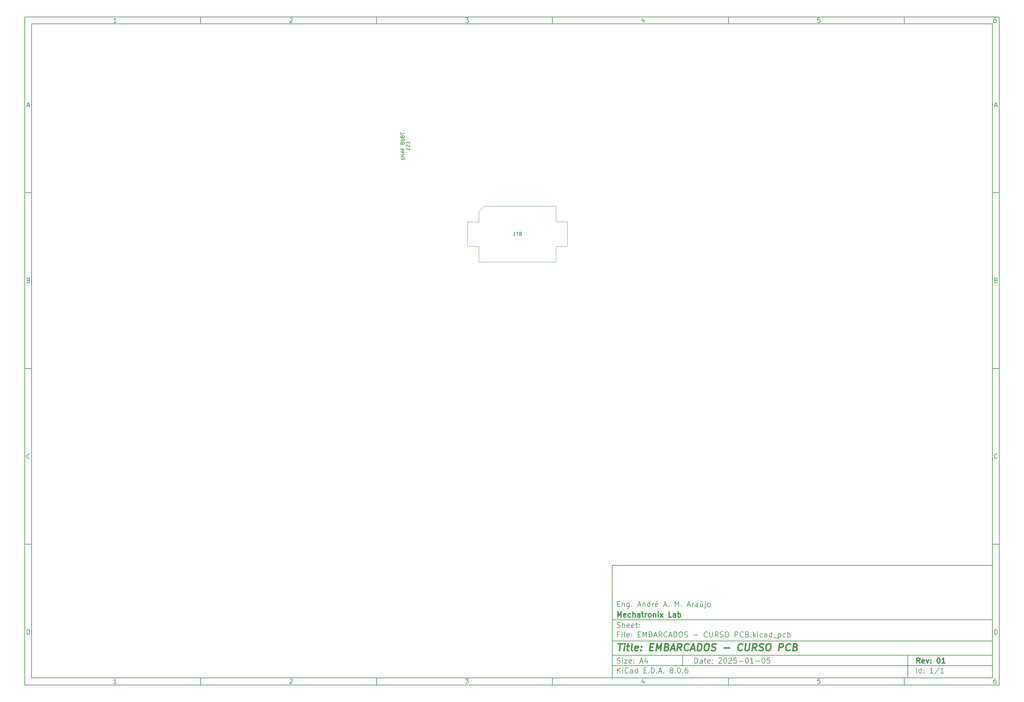
<source format=gbr>
%TF.GenerationSoftware,KiCad,Pcbnew,8.0.6*%
%TF.CreationDate,2025-01-05T13:15:26-03:00*%
%TF.ProjectId,EMBARCADOS - CURSO PCB,454d4241-5243-4414-944f-53202d204355,01*%
%TF.SameCoordinates,Original*%
%TF.FileFunction,AssemblyDrawing,Bot*%
%FSLAX46Y46*%
G04 Gerber Fmt 4.6, Leading zero omitted, Abs format (unit mm)*
G04 Created by KiCad (PCBNEW 8.0.6) date 2025-01-05 13:15:26*
%MOMM*%
%LPD*%
G01*
G04 APERTURE LIST*
%ADD10C,0.100000*%
%ADD11C,0.150000*%
%ADD12C,0.300000*%
%ADD13C,0.400000*%
G04 APERTURE END LIST*
D10*
D11*
X177002200Y-166007200D02*
X285002200Y-166007200D01*
X285002200Y-198007200D01*
X177002200Y-198007200D01*
X177002200Y-166007200D01*
D10*
D11*
X10000000Y-10000000D02*
X287002200Y-10000000D01*
X287002200Y-200007200D01*
X10000000Y-200007200D01*
X10000000Y-10000000D01*
D10*
D11*
X12000000Y-12000000D02*
X285002200Y-12000000D01*
X285002200Y-198007200D01*
X12000000Y-198007200D01*
X12000000Y-12000000D01*
D10*
D11*
X60000000Y-12000000D02*
X60000000Y-10000000D01*
D10*
D11*
X110000000Y-12000000D02*
X110000000Y-10000000D01*
D10*
D11*
X160000000Y-12000000D02*
X160000000Y-10000000D01*
D10*
D11*
X210000000Y-12000000D02*
X210000000Y-10000000D01*
D10*
D11*
X260000000Y-12000000D02*
X260000000Y-10000000D01*
D10*
D11*
X36089160Y-11593604D02*
X35346303Y-11593604D01*
X35717731Y-11593604D02*
X35717731Y-10293604D01*
X35717731Y-10293604D02*
X35593922Y-10479319D01*
X35593922Y-10479319D02*
X35470112Y-10603128D01*
X35470112Y-10603128D02*
X35346303Y-10665033D01*
D10*
D11*
X85346303Y-10417414D02*
X85408207Y-10355509D01*
X85408207Y-10355509D02*
X85532017Y-10293604D01*
X85532017Y-10293604D02*
X85841541Y-10293604D01*
X85841541Y-10293604D02*
X85965350Y-10355509D01*
X85965350Y-10355509D02*
X86027255Y-10417414D01*
X86027255Y-10417414D02*
X86089160Y-10541223D01*
X86089160Y-10541223D02*
X86089160Y-10665033D01*
X86089160Y-10665033D02*
X86027255Y-10850747D01*
X86027255Y-10850747D02*
X85284398Y-11593604D01*
X85284398Y-11593604D02*
X86089160Y-11593604D01*
D10*
D11*
X135284398Y-10293604D02*
X136089160Y-10293604D01*
X136089160Y-10293604D02*
X135655826Y-10788842D01*
X135655826Y-10788842D02*
X135841541Y-10788842D01*
X135841541Y-10788842D02*
X135965350Y-10850747D01*
X135965350Y-10850747D02*
X136027255Y-10912652D01*
X136027255Y-10912652D02*
X136089160Y-11036461D01*
X136089160Y-11036461D02*
X136089160Y-11345985D01*
X136089160Y-11345985D02*
X136027255Y-11469795D01*
X136027255Y-11469795D02*
X135965350Y-11531700D01*
X135965350Y-11531700D02*
X135841541Y-11593604D01*
X135841541Y-11593604D02*
X135470112Y-11593604D01*
X135470112Y-11593604D02*
X135346303Y-11531700D01*
X135346303Y-11531700D02*
X135284398Y-11469795D01*
D10*
D11*
X185965350Y-10726938D02*
X185965350Y-11593604D01*
X185655826Y-10231700D02*
X185346303Y-11160271D01*
X185346303Y-11160271D02*
X186151064Y-11160271D01*
D10*
D11*
X236027255Y-10293604D02*
X235408207Y-10293604D01*
X235408207Y-10293604D02*
X235346303Y-10912652D01*
X235346303Y-10912652D02*
X235408207Y-10850747D01*
X235408207Y-10850747D02*
X235532017Y-10788842D01*
X235532017Y-10788842D02*
X235841541Y-10788842D01*
X235841541Y-10788842D02*
X235965350Y-10850747D01*
X235965350Y-10850747D02*
X236027255Y-10912652D01*
X236027255Y-10912652D02*
X236089160Y-11036461D01*
X236089160Y-11036461D02*
X236089160Y-11345985D01*
X236089160Y-11345985D02*
X236027255Y-11469795D01*
X236027255Y-11469795D02*
X235965350Y-11531700D01*
X235965350Y-11531700D02*
X235841541Y-11593604D01*
X235841541Y-11593604D02*
X235532017Y-11593604D01*
X235532017Y-11593604D02*
X235408207Y-11531700D01*
X235408207Y-11531700D02*
X235346303Y-11469795D01*
D10*
D11*
X285965350Y-10293604D02*
X285717731Y-10293604D01*
X285717731Y-10293604D02*
X285593922Y-10355509D01*
X285593922Y-10355509D02*
X285532017Y-10417414D01*
X285532017Y-10417414D02*
X285408207Y-10603128D01*
X285408207Y-10603128D02*
X285346303Y-10850747D01*
X285346303Y-10850747D02*
X285346303Y-11345985D01*
X285346303Y-11345985D02*
X285408207Y-11469795D01*
X285408207Y-11469795D02*
X285470112Y-11531700D01*
X285470112Y-11531700D02*
X285593922Y-11593604D01*
X285593922Y-11593604D02*
X285841541Y-11593604D01*
X285841541Y-11593604D02*
X285965350Y-11531700D01*
X285965350Y-11531700D02*
X286027255Y-11469795D01*
X286027255Y-11469795D02*
X286089160Y-11345985D01*
X286089160Y-11345985D02*
X286089160Y-11036461D01*
X286089160Y-11036461D02*
X286027255Y-10912652D01*
X286027255Y-10912652D02*
X285965350Y-10850747D01*
X285965350Y-10850747D02*
X285841541Y-10788842D01*
X285841541Y-10788842D02*
X285593922Y-10788842D01*
X285593922Y-10788842D02*
X285470112Y-10850747D01*
X285470112Y-10850747D02*
X285408207Y-10912652D01*
X285408207Y-10912652D02*
X285346303Y-11036461D01*
D10*
D11*
X60000000Y-198007200D02*
X60000000Y-200007200D01*
D10*
D11*
X110000000Y-198007200D02*
X110000000Y-200007200D01*
D10*
D11*
X160000000Y-198007200D02*
X160000000Y-200007200D01*
D10*
D11*
X210000000Y-198007200D02*
X210000000Y-200007200D01*
D10*
D11*
X260000000Y-198007200D02*
X260000000Y-200007200D01*
D10*
D11*
X36089160Y-199600804D02*
X35346303Y-199600804D01*
X35717731Y-199600804D02*
X35717731Y-198300804D01*
X35717731Y-198300804D02*
X35593922Y-198486519D01*
X35593922Y-198486519D02*
X35470112Y-198610328D01*
X35470112Y-198610328D02*
X35346303Y-198672233D01*
D10*
D11*
X85346303Y-198424614D02*
X85408207Y-198362709D01*
X85408207Y-198362709D02*
X85532017Y-198300804D01*
X85532017Y-198300804D02*
X85841541Y-198300804D01*
X85841541Y-198300804D02*
X85965350Y-198362709D01*
X85965350Y-198362709D02*
X86027255Y-198424614D01*
X86027255Y-198424614D02*
X86089160Y-198548423D01*
X86089160Y-198548423D02*
X86089160Y-198672233D01*
X86089160Y-198672233D02*
X86027255Y-198857947D01*
X86027255Y-198857947D02*
X85284398Y-199600804D01*
X85284398Y-199600804D02*
X86089160Y-199600804D01*
D10*
D11*
X135284398Y-198300804D02*
X136089160Y-198300804D01*
X136089160Y-198300804D02*
X135655826Y-198796042D01*
X135655826Y-198796042D02*
X135841541Y-198796042D01*
X135841541Y-198796042D02*
X135965350Y-198857947D01*
X135965350Y-198857947D02*
X136027255Y-198919852D01*
X136027255Y-198919852D02*
X136089160Y-199043661D01*
X136089160Y-199043661D02*
X136089160Y-199353185D01*
X136089160Y-199353185D02*
X136027255Y-199476995D01*
X136027255Y-199476995D02*
X135965350Y-199538900D01*
X135965350Y-199538900D02*
X135841541Y-199600804D01*
X135841541Y-199600804D02*
X135470112Y-199600804D01*
X135470112Y-199600804D02*
X135346303Y-199538900D01*
X135346303Y-199538900D02*
X135284398Y-199476995D01*
D10*
D11*
X185965350Y-198734138D02*
X185965350Y-199600804D01*
X185655826Y-198238900D02*
X185346303Y-199167471D01*
X185346303Y-199167471D02*
X186151064Y-199167471D01*
D10*
D11*
X236027255Y-198300804D02*
X235408207Y-198300804D01*
X235408207Y-198300804D02*
X235346303Y-198919852D01*
X235346303Y-198919852D02*
X235408207Y-198857947D01*
X235408207Y-198857947D02*
X235532017Y-198796042D01*
X235532017Y-198796042D02*
X235841541Y-198796042D01*
X235841541Y-198796042D02*
X235965350Y-198857947D01*
X235965350Y-198857947D02*
X236027255Y-198919852D01*
X236027255Y-198919852D02*
X236089160Y-199043661D01*
X236089160Y-199043661D02*
X236089160Y-199353185D01*
X236089160Y-199353185D02*
X236027255Y-199476995D01*
X236027255Y-199476995D02*
X235965350Y-199538900D01*
X235965350Y-199538900D02*
X235841541Y-199600804D01*
X235841541Y-199600804D02*
X235532017Y-199600804D01*
X235532017Y-199600804D02*
X235408207Y-199538900D01*
X235408207Y-199538900D02*
X235346303Y-199476995D01*
D10*
D11*
X285965350Y-198300804D02*
X285717731Y-198300804D01*
X285717731Y-198300804D02*
X285593922Y-198362709D01*
X285593922Y-198362709D02*
X285532017Y-198424614D01*
X285532017Y-198424614D02*
X285408207Y-198610328D01*
X285408207Y-198610328D02*
X285346303Y-198857947D01*
X285346303Y-198857947D02*
X285346303Y-199353185D01*
X285346303Y-199353185D02*
X285408207Y-199476995D01*
X285408207Y-199476995D02*
X285470112Y-199538900D01*
X285470112Y-199538900D02*
X285593922Y-199600804D01*
X285593922Y-199600804D02*
X285841541Y-199600804D01*
X285841541Y-199600804D02*
X285965350Y-199538900D01*
X285965350Y-199538900D02*
X286027255Y-199476995D01*
X286027255Y-199476995D02*
X286089160Y-199353185D01*
X286089160Y-199353185D02*
X286089160Y-199043661D01*
X286089160Y-199043661D02*
X286027255Y-198919852D01*
X286027255Y-198919852D02*
X285965350Y-198857947D01*
X285965350Y-198857947D02*
X285841541Y-198796042D01*
X285841541Y-198796042D02*
X285593922Y-198796042D01*
X285593922Y-198796042D02*
X285470112Y-198857947D01*
X285470112Y-198857947D02*
X285408207Y-198919852D01*
X285408207Y-198919852D02*
X285346303Y-199043661D01*
D10*
D11*
X10000000Y-60000000D02*
X12000000Y-60000000D01*
D10*
D11*
X10000000Y-110000000D02*
X12000000Y-110000000D01*
D10*
D11*
X10000000Y-160000000D02*
X12000000Y-160000000D01*
D10*
D11*
X10690476Y-35222176D02*
X11309523Y-35222176D01*
X10566666Y-35593604D02*
X10999999Y-34293604D01*
X10999999Y-34293604D02*
X11433333Y-35593604D01*
D10*
D11*
X11092857Y-84912652D02*
X11278571Y-84974557D01*
X11278571Y-84974557D02*
X11340476Y-85036461D01*
X11340476Y-85036461D02*
X11402380Y-85160271D01*
X11402380Y-85160271D02*
X11402380Y-85345985D01*
X11402380Y-85345985D02*
X11340476Y-85469795D01*
X11340476Y-85469795D02*
X11278571Y-85531700D01*
X11278571Y-85531700D02*
X11154761Y-85593604D01*
X11154761Y-85593604D02*
X10659523Y-85593604D01*
X10659523Y-85593604D02*
X10659523Y-84293604D01*
X10659523Y-84293604D02*
X11092857Y-84293604D01*
X11092857Y-84293604D02*
X11216666Y-84355509D01*
X11216666Y-84355509D02*
X11278571Y-84417414D01*
X11278571Y-84417414D02*
X11340476Y-84541223D01*
X11340476Y-84541223D02*
X11340476Y-84665033D01*
X11340476Y-84665033D02*
X11278571Y-84788842D01*
X11278571Y-84788842D02*
X11216666Y-84850747D01*
X11216666Y-84850747D02*
X11092857Y-84912652D01*
X11092857Y-84912652D02*
X10659523Y-84912652D01*
D10*
D11*
X11402380Y-135469795D02*
X11340476Y-135531700D01*
X11340476Y-135531700D02*
X11154761Y-135593604D01*
X11154761Y-135593604D02*
X11030952Y-135593604D01*
X11030952Y-135593604D02*
X10845238Y-135531700D01*
X10845238Y-135531700D02*
X10721428Y-135407890D01*
X10721428Y-135407890D02*
X10659523Y-135284080D01*
X10659523Y-135284080D02*
X10597619Y-135036461D01*
X10597619Y-135036461D02*
X10597619Y-134850747D01*
X10597619Y-134850747D02*
X10659523Y-134603128D01*
X10659523Y-134603128D02*
X10721428Y-134479319D01*
X10721428Y-134479319D02*
X10845238Y-134355509D01*
X10845238Y-134355509D02*
X11030952Y-134293604D01*
X11030952Y-134293604D02*
X11154761Y-134293604D01*
X11154761Y-134293604D02*
X11340476Y-134355509D01*
X11340476Y-134355509D02*
X11402380Y-134417414D01*
D10*
D11*
X10659523Y-185593604D02*
X10659523Y-184293604D01*
X10659523Y-184293604D02*
X10969047Y-184293604D01*
X10969047Y-184293604D02*
X11154761Y-184355509D01*
X11154761Y-184355509D02*
X11278571Y-184479319D01*
X11278571Y-184479319D02*
X11340476Y-184603128D01*
X11340476Y-184603128D02*
X11402380Y-184850747D01*
X11402380Y-184850747D02*
X11402380Y-185036461D01*
X11402380Y-185036461D02*
X11340476Y-185284080D01*
X11340476Y-185284080D02*
X11278571Y-185407890D01*
X11278571Y-185407890D02*
X11154761Y-185531700D01*
X11154761Y-185531700D02*
X10969047Y-185593604D01*
X10969047Y-185593604D02*
X10659523Y-185593604D01*
D10*
D11*
X287002200Y-60000000D02*
X285002200Y-60000000D01*
D10*
D11*
X287002200Y-110000000D02*
X285002200Y-110000000D01*
D10*
D11*
X287002200Y-160000000D02*
X285002200Y-160000000D01*
D10*
D11*
X285692676Y-35222176D02*
X286311723Y-35222176D01*
X285568866Y-35593604D02*
X286002199Y-34293604D01*
X286002199Y-34293604D02*
X286435533Y-35593604D01*
D10*
D11*
X286095057Y-84912652D02*
X286280771Y-84974557D01*
X286280771Y-84974557D02*
X286342676Y-85036461D01*
X286342676Y-85036461D02*
X286404580Y-85160271D01*
X286404580Y-85160271D02*
X286404580Y-85345985D01*
X286404580Y-85345985D02*
X286342676Y-85469795D01*
X286342676Y-85469795D02*
X286280771Y-85531700D01*
X286280771Y-85531700D02*
X286156961Y-85593604D01*
X286156961Y-85593604D02*
X285661723Y-85593604D01*
X285661723Y-85593604D02*
X285661723Y-84293604D01*
X285661723Y-84293604D02*
X286095057Y-84293604D01*
X286095057Y-84293604D02*
X286218866Y-84355509D01*
X286218866Y-84355509D02*
X286280771Y-84417414D01*
X286280771Y-84417414D02*
X286342676Y-84541223D01*
X286342676Y-84541223D02*
X286342676Y-84665033D01*
X286342676Y-84665033D02*
X286280771Y-84788842D01*
X286280771Y-84788842D02*
X286218866Y-84850747D01*
X286218866Y-84850747D02*
X286095057Y-84912652D01*
X286095057Y-84912652D02*
X285661723Y-84912652D01*
D10*
D11*
X286404580Y-135469795D02*
X286342676Y-135531700D01*
X286342676Y-135531700D02*
X286156961Y-135593604D01*
X286156961Y-135593604D02*
X286033152Y-135593604D01*
X286033152Y-135593604D02*
X285847438Y-135531700D01*
X285847438Y-135531700D02*
X285723628Y-135407890D01*
X285723628Y-135407890D02*
X285661723Y-135284080D01*
X285661723Y-135284080D02*
X285599819Y-135036461D01*
X285599819Y-135036461D02*
X285599819Y-134850747D01*
X285599819Y-134850747D02*
X285661723Y-134603128D01*
X285661723Y-134603128D02*
X285723628Y-134479319D01*
X285723628Y-134479319D02*
X285847438Y-134355509D01*
X285847438Y-134355509D02*
X286033152Y-134293604D01*
X286033152Y-134293604D02*
X286156961Y-134293604D01*
X286156961Y-134293604D02*
X286342676Y-134355509D01*
X286342676Y-134355509D02*
X286404580Y-134417414D01*
D10*
D11*
X285661723Y-185593604D02*
X285661723Y-184293604D01*
X285661723Y-184293604D02*
X285971247Y-184293604D01*
X285971247Y-184293604D02*
X286156961Y-184355509D01*
X286156961Y-184355509D02*
X286280771Y-184479319D01*
X286280771Y-184479319D02*
X286342676Y-184603128D01*
X286342676Y-184603128D02*
X286404580Y-184850747D01*
X286404580Y-184850747D02*
X286404580Y-185036461D01*
X286404580Y-185036461D02*
X286342676Y-185284080D01*
X286342676Y-185284080D02*
X286280771Y-185407890D01*
X286280771Y-185407890D02*
X286156961Y-185531700D01*
X286156961Y-185531700D02*
X285971247Y-185593604D01*
X285971247Y-185593604D02*
X285661723Y-185593604D01*
D10*
D11*
X200458026Y-193793328D02*
X200458026Y-192293328D01*
X200458026Y-192293328D02*
X200815169Y-192293328D01*
X200815169Y-192293328D02*
X201029455Y-192364757D01*
X201029455Y-192364757D02*
X201172312Y-192507614D01*
X201172312Y-192507614D02*
X201243741Y-192650471D01*
X201243741Y-192650471D02*
X201315169Y-192936185D01*
X201315169Y-192936185D02*
X201315169Y-193150471D01*
X201315169Y-193150471D02*
X201243741Y-193436185D01*
X201243741Y-193436185D02*
X201172312Y-193579042D01*
X201172312Y-193579042D02*
X201029455Y-193721900D01*
X201029455Y-193721900D02*
X200815169Y-193793328D01*
X200815169Y-193793328D02*
X200458026Y-193793328D01*
X202600884Y-193793328D02*
X202600884Y-193007614D01*
X202600884Y-193007614D02*
X202529455Y-192864757D01*
X202529455Y-192864757D02*
X202386598Y-192793328D01*
X202386598Y-192793328D02*
X202100884Y-192793328D01*
X202100884Y-192793328D02*
X201958026Y-192864757D01*
X202600884Y-193721900D02*
X202458026Y-193793328D01*
X202458026Y-193793328D02*
X202100884Y-193793328D01*
X202100884Y-193793328D02*
X201958026Y-193721900D01*
X201958026Y-193721900D02*
X201886598Y-193579042D01*
X201886598Y-193579042D02*
X201886598Y-193436185D01*
X201886598Y-193436185D02*
X201958026Y-193293328D01*
X201958026Y-193293328D02*
X202100884Y-193221900D01*
X202100884Y-193221900D02*
X202458026Y-193221900D01*
X202458026Y-193221900D02*
X202600884Y-193150471D01*
X203100884Y-192793328D02*
X203672312Y-192793328D01*
X203315169Y-192293328D02*
X203315169Y-193579042D01*
X203315169Y-193579042D02*
X203386598Y-193721900D01*
X203386598Y-193721900D02*
X203529455Y-193793328D01*
X203529455Y-193793328D02*
X203672312Y-193793328D01*
X204743741Y-193721900D02*
X204600884Y-193793328D01*
X204600884Y-193793328D02*
X204315170Y-193793328D01*
X204315170Y-193793328D02*
X204172312Y-193721900D01*
X204172312Y-193721900D02*
X204100884Y-193579042D01*
X204100884Y-193579042D02*
X204100884Y-193007614D01*
X204100884Y-193007614D02*
X204172312Y-192864757D01*
X204172312Y-192864757D02*
X204315170Y-192793328D01*
X204315170Y-192793328D02*
X204600884Y-192793328D01*
X204600884Y-192793328D02*
X204743741Y-192864757D01*
X204743741Y-192864757D02*
X204815170Y-193007614D01*
X204815170Y-193007614D02*
X204815170Y-193150471D01*
X204815170Y-193150471D02*
X204100884Y-193293328D01*
X205458026Y-193650471D02*
X205529455Y-193721900D01*
X205529455Y-193721900D02*
X205458026Y-193793328D01*
X205458026Y-193793328D02*
X205386598Y-193721900D01*
X205386598Y-193721900D02*
X205458026Y-193650471D01*
X205458026Y-193650471D02*
X205458026Y-193793328D01*
X205458026Y-192864757D02*
X205529455Y-192936185D01*
X205529455Y-192936185D02*
X205458026Y-193007614D01*
X205458026Y-193007614D02*
X205386598Y-192936185D01*
X205386598Y-192936185D02*
X205458026Y-192864757D01*
X205458026Y-192864757D02*
X205458026Y-193007614D01*
X207243741Y-192436185D02*
X207315169Y-192364757D01*
X207315169Y-192364757D02*
X207458027Y-192293328D01*
X207458027Y-192293328D02*
X207815169Y-192293328D01*
X207815169Y-192293328D02*
X207958027Y-192364757D01*
X207958027Y-192364757D02*
X208029455Y-192436185D01*
X208029455Y-192436185D02*
X208100884Y-192579042D01*
X208100884Y-192579042D02*
X208100884Y-192721900D01*
X208100884Y-192721900D02*
X208029455Y-192936185D01*
X208029455Y-192936185D02*
X207172312Y-193793328D01*
X207172312Y-193793328D02*
X208100884Y-193793328D01*
X209029455Y-192293328D02*
X209172312Y-192293328D01*
X209172312Y-192293328D02*
X209315169Y-192364757D01*
X209315169Y-192364757D02*
X209386598Y-192436185D01*
X209386598Y-192436185D02*
X209458026Y-192579042D01*
X209458026Y-192579042D02*
X209529455Y-192864757D01*
X209529455Y-192864757D02*
X209529455Y-193221900D01*
X209529455Y-193221900D02*
X209458026Y-193507614D01*
X209458026Y-193507614D02*
X209386598Y-193650471D01*
X209386598Y-193650471D02*
X209315169Y-193721900D01*
X209315169Y-193721900D02*
X209172312Y-193793328D01*
X209172312Y-193793328D02*
X209029455Y-193793328D01*
X209029455Y-193793328D02*
X208886598Y-193721900D01*
X208886598Y-193721900D02*
X208815169Y-193650471D01*
X208815169Y-193650471D02*
X208743740Y-193507614D01*
X208743740Y-193507614D02*
X208672312Y-193221900D01*
X208672312Y-193221900D02*
X208672312Y-192864757D01*
X208672312Y-192864757D02*
X208743740Y-192579042D01*
X208743740Y-192579042D02*
X208815169Y-192436185D01*
X208815169Y-192436185D02*
X208886598Y-192364757D01*
X208886598Y-192364757D02*
X209029455Y-192293328D01*
X210100883Y-192436185D02*
X210172311Y-192364757D01*
X210172311Y-192364757D02*
X210315169Y-192293328D01*
X210315169Y-192293328D02*
X210672311Y-192293328D01*
X210672311Y-192293328D02*
X210815169Y-192364757D01*
X210815169Y-192364757D02*
X210886597Y-192436185D01*
X210886597Y-192436185D02*
X210958026Y-192579042D01*
X210958026Y-192579042D02*
X210958026Y-192721900D01*
X210958026Y-192721900D02*
X210886597Y-192936185D01*
X210886597Y-192936185D02*
X210029454Y-193793328D01*
X210029454Y-193793328D02*
X210958026Y-193793328D01*
X212315168Y-192293328D02*
X211600882Y-192293328D01*
X211600882Y-192293328D02*
X211529454Y-193007614D01*
X211529454Y-193007614D02*
X211600882Y-192936185D01*
X211600882Y-192936185D02*
X211743740Y-192864757D01*
X211743740Y-192864757D02*
X212100882Y-192864757D01*
X212100882Y-192864757D02*
X212243740Y-192936185D01*
X212243740Y-192936185D02*
X212315168Y-193007614D01*
X212315168Y-193007614D02*
X212386597Y-193150471D01*
X212386597Y-193150471D02*
X212386597Y-193507614D01*
X212386597Y-193507614D02*
X212315168Y-193650471D01*
X212315168Y-193650471D02*
X212243740Y-193721900D01*
X212243740Y-193721900D02*
X212100882Y-193793328D01*
X212100882Y-193793328D02*
X211743740Y-193793328D01*
X211743740Y-193793328D02*
X211600882Y-193721900D01*
X211600882Y-193721900D02*
X211529454Y-193650471D01*
X213029453Y-193221900D02*
X214172311Y-193221900D01*
X215172311Y-192293328D02*
X215315168Y-192293328D01*
X215315168Y-192293328D02*
X215458025Y-192364757D01*
X215458025Y-192364757D02*
X215529454Y-192436185D01*
X215529454Y-192436185D02*
X215600882Y-192579042D01*
X215600882Y-192579042D02*
X215672311Y-192864757D01*
X215672311Y-192864757D02*
X215672311Y-193221900D01*
X215672311Y-193221900D02*
X215600882Y-193507614D01*
X215600882Y-193507614D02*
X215529454Y-193650471D01*
X215529454Y-193650471D02*
X215458025Y-193721900D01*
X215458025Y-193721900D02*
X215315168Y-193793328D01*
X215315168Y-193793328D02*
X215172311Y-193793328D01*
X215172311Y-193793328D02*
X215029454Y-193721900D01*
X215029454Y-193721900D02*
X214958025Y-193650471D01*
X214958025Y-193650471D02*
X214886596Y-193507614D01*
X214886596Y-193507614D02*
X214815168Y-193221900D01*
X214815168Y-193221900D02*
X214815168Y-192864757D01*
X214815168Y-192864757D02*
X214886596Y-192579042D01*
X214886596Y-192579042D02*
X214958025Y-192436185D01*
X214958025Y-192436185D02*
X215029454Y-192364757D01*
X215029454Y-192364757D02*
X215172311Y-192293328D01*
X217100882Y-193793328D02*
X216243739Y-193793328D01*
X216672310Y-193793328D02*
X216672310Y-192293328D01*
X216672310Y-192293328D02*
X216529453Y-192507614D01*
X216529453Y-192507614D02*
X216386596Y-192650471D01*
X216386596Y-192650471D02*
X216243739Y-192721900D01*
X217743738Y-193221900D02*
X218886596Y-193221900D01*
X219886596Y-192293328D02*
X220029453Y-192293328D01*
X220029453Y-192293328D02*
X220172310Y-192364757D01*
X220172310Y-192364757D02*
X220243739Y-192436185D01*
X220243739Y-192436185D02*
X220315167Y-192579042D01*
X220315167Y-192579042D02*
X220386596Y-192864757D01*
X220386596Y-192864757D02*
X220386596Y-193221900D01*
X220386596Y-193221900D02*
X220315167Y-193507614D01*
X220315167Y-193507614D02*
X220243739Y-193650471D01*
X220243739Y-193650471D02*
X220172310Y-193721900D01*
X220172310Y-193721900D02*
X220029453Y-193793328D01*
X220029453Y-193793328D02*
X219886596Y-193793328D01*
X219886596Y-193793328D02*
X219743739Y-193721900D01*
X219743739Y-193721900D02*
X219672310Y-193650471D01*
X219672310Y-193650471D02*
X219600881Y-193507614D01*
X219600881Y-193507614D02*
X219529453Y-193221900D01*
X219529453Y-193221900D02*
X219529453Y-192864757D01*
X219529453Y-192864757D02*
X219600881Y-192579042D01*
X219600881Y-192579042D02*
X219672310Y-192436185D01*
X219672310Y-192436185D02*
X219743739Y-192364757D01*
X219743739Y-192364757D02*
X219886596Y-192293328D01*
X221743738Y-192293328D02*
X221029452Y-192293328D01*
X221029452Y-192293328D02*
X220958024Y-193007614D01*
X220958024Y-193007614D02*
X221029452Y-192936185D01*
X221029452Y-192936185D02*
X221172310Y-192864757D01*
X221172310Y-192864757D02*
X221529452Y-192864757D01*
X221529452Y-192864757D02*
X221672310Y-192936185D01*
X221672310Y-192936185D02*
X221743738Y-193007614D01*
X221743738Y-193007614D02*
X221815167Y-193150471D01*
X221815167Y-193150471D02*
X221815167Y-193507614D01*
X221815167Y-193507614D02*
X221743738Y-193650471D01*
X221743738Y-193650471D02*
X221672310Y-193721900D01*
X221672310Y-193721900D02*
X221529452Y-193793328D01*
X221529452Y-193793328D02*
X221172310Y-193793328D01*
X221172310Y-193793328D02*
X221029452Y-193721900D01*
X221029452Y-193721900D02*
X220958024Y-193650471D01*
D10*
D11*
X177002200Y-194507200D02*
X285002200Y-194507200D01*
D10*
D11*
X178458026Y-196593328D02*
X178458026Y-195093328D01*
X179315169Y-196593328D02*
X178672312Y-195736185D01*
X179315169Y-195093328D02*
X178458026Y-195950471D01*
X179958026Y-196593328D02*
X179958026Y-195593328D01*
X179958026Y-195093328D02*
X179886598Y-195164757D01*
X179886598Y-195164757D02*
X179958026Y-195236185D01*
X179958026Y-195236185D02*
X180029455Y-195164757D01*
X180029455Y-195164757D02*
X179958026Y-195093328D01*
X179958026Y-195093328D02*
X179958026Y-195236185D01*
X181529455Y-196450471D02*
X181458027Y-196521900D01*
X181458027Y-196521900D02*
X181243741Y-196593328D01*
X181243741Y-196593328D02*
X181100884Y-196593328D01*
X181100884Y-196593328D02*
X180886598Y-196521900D01*
X180886598Y-196521900D02*
X180743741Y-196379042D01*
X180743741Y-196379042D02*
X180672312Y-196236185D01*
X180672312Y-196236185D02*
X180600884Y-195950471D01*
X180600884Y-195950471D02*
X180600884Y-195736185D01*
X180600884Y-195736185D02*
X180672312Y-195450471D01*
X180672312Y-195450471D02*
X180743741Y-195307614D01*
X180743741Y-195307614D02*
X180886598Y-195164757D01*
X180886598Y-195164757D02*
X181100884Y-195093328D01*
X181100884Y-195093328D02*
X181243741Y-195093328D01*
X181243741Y-195093328D02*
X181458027Y-195164757D01*
X181458027Y-195164757D02*
X181529455Y-195236185D01*
X182815170Y-196593328D02*
X182815170Y-195807614D01*
X182815170Y-195807614D02*
X182743741Y-195664757D01*
X182743741Y-195664757D02*
X182600884Y-195593328D01*
X182600884Y-195593328D02*
X182315170Y-195593328D01*
X182315170Y-195593328D02*
X182172312Y-195664757D01*
X182815170Y-196521900D02*
X182672312Y-196593328D01*
X182672312Y-196593328D02*
X182315170Y-196593328D01*
X182315170Y-196593328D02*
X182172312Y-196521900D01*
X182172312Y-196521900D02*
X182100884Y-196379042D01*
X182100884Y-196379042D02*
X182100884Y-196236185D01*
X182100884Y-196236185D02*
X182172312Y-196093328D01*
X182172312Y-196093328D02*
X182315170Y-196021900D01*
X182315170Y-196021900D02*
X182672312Y-196021900D01*
X182672312Y-196021900D02*
X182815170Y-195950471D01*
X184172313Y-196593328D02*
X184172313Y-195093328D01*
X184172313Y-196521900D02*
X184029455Y-196593328D01*
X184029455Y-196593328D02*
X183743741Y-196593328D01*
X183743741Y-196593328D02*
X183600884Y-196521900D01*
X183600884Y-196521900D02*
X183529455Y-196450471D01*
X183529455Y-196450471D02*
X183458027Y-196307614D01*
X183458027Y-196307614D02*
X183458027Y-195879042D01*
X183458027Y-195879042D02*
X183529455Y-195736185D01*
X183529455Y-195736185D02*
X183600884Y-195664757D01*
X183600884Y-195664757D02*
X183743741Y-195593328D01*
X183743741Y-195593328D02*
X184029455Y-195593328D01*
X184029455Y-195593328D02*
X184172313Y-195664757D01*
X186029455Y-195807614D02*
X186529455Y-195807614D01*
X186743741Y-196593328D02*
X186029455Y-196593328D01*
X186029455Y-196593328D02*
X186029455Y-195093328D01*
X186029455Y-195093328D02*
X186743741Y-195093328D01*
X187386598Y-196450471D02*
X187458027Y-196521900D01*
X187458027Y-196521900D02*
X187386598Y-196593328D01*
X187386598Y-196593328D02*
X187315170Y-196521900D01*
X187315170Y-196521900D02*
X187386598Y-196450471D01*
X187386598Y-196450471D02*
X187386598Y-196593328D01*
X188100884Y-196593328D02*
X188100884Y-195093328D01*
X188100884Y-195093328D02*
X188458027Y-195093328D01*
X188458027Y-195093328D02*
X188672313Y-195164757D01*
X188672313Y-195164757D02*
X188815170Y-195307614D01*
X188815170Y-195307614D02*
X188886599Y-195450471D01*
X188886599Y-195450471D02*
X188958027Y-195736185D01*
X188958027Y-195736185D02*
X188958027Y-195950471D01*
X188958027Y-195950471D02*
X188886599Y-196236185D01*
X188886599Y-196236185D02*
X188815170Y-196379042D01*
X188815170Y-196379042D02*
X188672313Y-196521900D01*
X188672313Y-196521900D02*
X188458027Y-196593328D01*
X188458027Y-196593328D02*
X188100884Y-196593328D01*
X189600884Y-196450471D02*
X189672313Y-196521900D01*
X189672313Y-196521900D02*
X189600884Y-196593328D01*
X189600884Y-196593328D02*
X189529456Y-196521900D01*
X189529456Y-196521900D02*
X189600884Y-196450471D01*
X189600884Y-196450471D02*
X189600884Y-196593328D01*
X190243742Y-196164757D02*
X190958028Y-196164757D01*
X190100885Y-196593328D02*
X190600885Y-195093328D01*
X190600885Y-195093328D02*
X191100885Y-196593328D01*
X191600884Y-196450471D02*
X191672313Y-196521900D01*
X191672313Y-196521900D02*
X191600884Y-196593328D01*
X191600884Y-196593328D02*
X191529456Y-196521900D01*
X191529456Y-196521900D02*
X191600884Y-196450471D01*
X191600884Y-196450471D02*
X191600884Y-196593328D01*
X193672313Y-195736185D02*
X193529456Y-195664757D01*
X193529456Y-195664757D02*
X193458027Y-195593328D01*
X193458027Y-195593328D02*
X193386599Y-195450471D01*
X193386599Y-195450471D02*
X193386599Y-195379042D01*
X193386599Y-195379042D02*
X193458027Y-195236185D01*
X193458027Y-195236185D02*
X193529456Y-195164757D01*
X193529456Y-195164757D02*
X193672313Y-195093328D01*
X193672313Y-195093328D02*
X193958027Y-195093328D01*
X193958027Y-195093328D02*
X194100885Y-195164757D01*
X194100885Y-195164757D02*
X194172313Y-195236185D01*
X194172313Y-195236185D02*
X194243742Y-195379042D01*
X194243742Y-195379042D02*
X194243742Y-195450471D01*
X194243742Y-195450471D02*
X194172313Y-195593328D01*
X194172313Y-195593328D02*
X194100885Y-195664757D01*
X194100885Y-195664757D02*
X193958027Y-195736185D01*
X193958027Y-195736185D02*
X193672313Y-195736185D01*
X193672313Y-195736185D02*
X193529456Y-195807614D01*
X193529456Y-195807614D02*
X193458027Y-195879042D01*
X193458027Y-195879042D02*
X193386599Y-196021900D01*
X193386599Y-196021900D02*
X193386599Y-196307614D01*
X193386599Y-196307614D02*
X193458027Y-196450471D01*
X193458027Y-196450471D02*
X193529456Y-196521900D01*
X193529456Y-196521900D02*
X193672313Y-196593328D01*
X193672313Y-196593328D02*
X193958027Y-196593328D01*
X193958027Y-196593328D02*
X194100885Y-196521900D01*
X194100885Y-196521900D02*
X194172313Y-196450471D01*
X194172313Y-196450471D02*
X194243742Y-196307614D01*
X194243742Y-196307614D02*
X194243742Y-196021900D01*
X194243742Y-196021900D02*
X194172313Y-195879042D01*
X194172313Y-195879042D02*
X194100885Y-195807614D01*
X194100885Y-195807614D02*
X193958027Y-195736185D01*
X194886598Y-196450471D02*
X194958027Y-196521900D01*
X194958027Y-196521900D02*
X194886598Y-196593328D01*
X194886598Y-196593328D02*
X194815170Y-196521900D01*
X194815170Y-196521900D02*
X194886598Y-196450471D01*
X194886598Y-196450471D02*
X194886598Y-196593328D01*
X195886599Y-195093328D02*
X196029456Y-195093328D01*
X196029456Y-195093328D02*
X196172313Y-195164757D01*
X196172313Y-195164757D02*
X196243742Y-195236185D01*
X196243742Y-195236185D02*
X196315170Y-195379042D01*
X196315170Y-195379042D02*
X196386599Y-195664757D01*
X196386599Y-195664757D02*
X196386599Y-196021900D01*
X196386599Y-196021900D02*
X196315170Y-196307614D01*
X196315170Y-196307614D02*
X196243742Y-196450471D01*
X196243742Y-196450471D02*
X196172313Y-196521900D01*
X196172313Y-196521900D02*
X196029456Y-196593328D01*
X196029456Y-196593328D02*
X195886599Y-196593328D01*
X195886599Y-196593328D02*
X195743742Y-196521900D01*
X195743742Y-196521900D02*
X195672313Y-196450471D01*
X195672313Y-196450471D02*
X195600884Y-196307614D01*
X195600884Y-196307614D02*
X195529456Y-196021900D01*
X195529456Y-196021900D02*
X195529456Y-195664757D01*
X195529456Y-195664757D02*
X195600884Y-195379042D01*
X195600884Y-195379042D02*
X195672313Y-195236185D01*
X195672313Y-195236185D02*
X195743742Y-195164757D01*
X195743742Y-195164757D02*
X195886599Y-195093328D01*
X197029455Y-196450471D02*
X197100884Y-196521900D01*
X197100884Y-196521900D02*
X197029455Y-196593328D01*
X197029455Y-196593328D02*
X196958027Y-196521900D01*
X196958027Y-196521900D02*
X197029455Y-196450471D01*
X197029455Y-196450471D02*
X197029455Y-196593328D01*
X198386599Y-195093328D02*
X198100884Y-195093328D01*
X198100884Y-195093328D02*
X197958027Y-195164757D01*
X197958027Y-195164757D02*
X197886599Y-195236185D01*
X197886599Y-195236185D02*
X197743741Y-195450471D01*
X197743741Y-195450471D02*
X197672313Y-195736185D01*
X197672313Y-195736185D02*
X197672313Y-196307614D01*
X197672313Y-196307614D02*
X197743741Y-196450471D01*
X197743741Y-196450471D02*
X197815170Y-196521900D01*
X197815170Y-196521900D02*
X197958027Y-196593328D01*
X197958027Y-196593328D02*
X198243741Y-196593328D01*
X198243741Y-196593328D02*
X198386599Y-196521900D01*
X198386599Y-196521900D02*
X198458027Y-196450471D01*
X198458027Y-196450471D02*
X198529456Y-196307614D01*
X198529456Y-196307614D02*
X198529456Y-195950471D01*
X198529456Y-195950471D02*
X198458027Y-195807614D01*
X198458027Y-195807614D02*
X198386599Y-195736185D01*
X198386599Y-195736185D02*
X198243741Y-195664757D01*
X198243741Y-195664757D02*
X197958027Y-195664757D01*
X197958027Y-195664757D02*
X197815170Y-195736185D01*
X197815170Y-195736185D02*
X197743741Y-195807614D01*
X197743741Y-195807614D02*
X197672313Y-195950471D01*
D10*
D11*
X177002200Y-191507200D02*
X285002200Y-191507200D01*
D10*
D12*
X264413853Y-193785528D02*
X263913853Y-193071242D01*
X263556710Y-193785528D02*
X263556710Y-192285528D01*
X263556710Y-192285528D02*
X264128139Y-192285528D01*
X264128139Y-192285528D02*
X264270996Y-192356957D01*
X264270996Y-192356957D02*
X264342425Y-192428385D01*
X264342425Y-192428385D02*
X264413853Y-192571242D01*
X264413853Y-192571242D02*
X264413853Y-192785528D01*
X264413853Y-192785528D02*
X264342425Y-192928385D01*
X264342425Y-192928385D02*
X264270996Y-192999814D01*
X264270996Y-192999814D02*
X264128139Y-193071242D01*
X264128139Y-193071242D02*
X263556710Y-193071242D01*
X265628139Y-193714100D02*
X265485282Y-193785528D01*
X265485282Y-193785528D02*
X265199568Y-193785528D01*
X265199568Y-193785528D02*
X265056710Y-193714100D01*
X265056710Y-193714100D02*
X264985282Y-193571242D01*
X264985282Y-193571242D02*
X264985282Y-192999814D01*
X264985282Y-192999814D02*
X265056710Y-192856957D01*
X265056710Y-192856957D02*
X265199568Y-192785528D01*
X265199568Y-192785528D02*
X265485282Y-192785528D01*
X265485282Y-192785528D02*
X265628139Y-192856957D01*
X265628139Y-192856957D02*
X265699568Y-192999814D01*
X265699568Y-192999814D02*
X265699568Y-193142671D01*
X265699568Y-193142671D02*
X264985282Y-193285528D01*
X266199567Y-192785528D02*
X266556710Y-193785528D01*
X266556710Y-193785528D02*
X266913853Y-192785528D01*
X267485281Y-193642671D02*
X267556710Y-193714100D01*
X267556710Y-193714100D02*
X267485281Y-193785528D01*
X267485281Y-193785528D02*
X267413853Y-193714100D01*
X267413853Y-193714100D02*
X267485281Y-193642671D01*
X267485281Y-193642671D02*
X267485281Y-193785528D01*
X267485281Y-192856957D02*
X267556710Y-192928385D01*
X267556710Y-192928385D02*
X267485281Y-192999814D01*
X267485281Y-192999814D02*
X267413853Y-192928385D01*
X267413853Y-192928385D02*
X267485281Y-192856957D01*
X267485281Y-192856957D02*
X267485281Y-192999814D01*
X269628139Y-192285528D02*
X269770996Y-192285528D01*
X269770996Y-192285528D02*
X269913853Y-192356957D01*
X269913853Y-192356957D02*
X269985282Y-192428385D01*
X269985282Y-192428385D02*
X270056710Y-192571242D01*
X270056710Y-192571242D02*
X270128139Y-192856957D01*
X270128139Y-192856957D02*
X270128139Y-193214100D01*
X270128139Y-193214100D02*
X270056710Y-193499814D01*
X270056710Y-193499814D02*
X269985282Y-193642671D01*
X269985282Y-193642671D02*
X269913853Y-193714100D01*
X269913853Y-193714100D02*
X269770996Y-193785528D01*
X269770996Y-193785528D02*
X269628139Y-193785528D01*
X269628139Y-193785528D02*
X269485282Y-193714100D01*
X269485282Y-193714100D02*
X269413853Y-193642671D01*
X269413853Y-193642671D02*
X269342424Y-193499814D01*
X269342424Y-193499814D02*
X269270996Y-193214100D01*
X269270996Y-193214100D02*
X269270996Y-192856957D01*
X269270996Y-192856957D02*
X269342424Y-192571242D01*
X269342424Y-192571242D02*
X269413853Y-192428385D01*
X269413853Y-192428385D02*
X269485282Y-192356957D01*
X269485282Y-192356957D02*
X269628139Y-192285528D01*
X271556710Y-193785528D02*
X270699567Y-193785528D01*
X271128138Y-193785528D02*
X271128138Y-192285528D01*
X271128138Y-192285528D02*
X270985281Y-192499814D01*
X270985281Y-192499814D02*
X270842424Y-192642671D01*
X270842424Y-192642671D02*
X270699567Y-192714100D01*
D10*
D11*
X178386598Y-193721900D02*
X178600884Y-193793328D01*
X178600884Y-193793328D02*
X178958026Y-193793328D01*
X178958026Y-193793328D02*
X179100884Y-193721900D01*
X179100884Y-193721900D02*
X179172312Y-193650471D01*
X179172312Y-193650471D02*
X179243741Y-193507614D01*
X179243741Y-193507614D02*
X179243741Y-193364757D01*
X179243741Y-193364757D02*
X179172312Y-193221900D01*
X179172312Y-193221900D02*
X179100884Y-193150471D01*
X179100884Y-193150471D02*
X178958026Y-193079042D01*
X178958026Y-193079042D02*
X178672312Y-193007614D01*
X178672312Y-193007614D02*
X178529455Y-192936185D01*
X178529455Y-192936185D02*
X178458026Y-192864757D01*
X178458026Y-192864757D02*
X178386598Y-192721900D01*
X178386598Y-192721900D02*
X178386598Y-192579042D01*
X178386598Y-192579042D02*
X178458026Y-192436185D01*
X178458026Y-192436185D02*
X178529455Y-192364757D01*
X178529455Y-192364757D02*
X178672312Y-192293328D01*
X178672312Y-192293328D02*
X179029455Y-192293328D01*
X179029455Y-192293328D02*
X179243741Y-192364757D01*
X179886597Y-193793328D02*
X179886597Y-192793328D01*
X179886597Y-192293328D02*
X179815169Y-192364757D01*
X179815169Y-192364757D02*
X179886597Y-192436185D01*
X179886597Y-192436185D02*
X179958026Y-192364757D01*
X179958026Y-192364757D02*
X179886597Y-192293328D01*
X179886597Y-192293328D02*
X179886597Y-192436185D01*
X180458026Y-192793328D02*
X181243741Y-192793328D01*
X181243741Y-192793328D02*
X180458026Y-193793328D01*
X180458026Y-193793328D02*
X181243741Y-193793328D01*
X182386598Y-193721900D02*
X182243741Y-193793328D01*
X182243741Y-193793328D02*
X181958027Y-193793328D01*
X181958027Y-193793328D02*
X181815169Y-193721900D01*
X181815169Y-193721900D02*
X181743741Y-193579042D01*
X181743741Y-193579042D02*
X181743741Y-193007614D01*
X181743741Y-193007614D02*
X181815169Y-192864757D01*
X181815169Y-192864757D02*
X181958027Y-192793328D01*
X181958027Y-192793328D02*
X182243741Y-192793328D01*
X182243741Y-192793328D02*
X182386598Y-192864757D01*
X182386598Y-192864757D02*
X182458027Y-193007614D01*
X182458027Y-193007614D02*
X182458027Y-193150471D01*
X182458027Y-193150471D02*
X181743741Y-193293328D01*
X183100883Y-193650471D02*
X183172312Y-193721900D01*
X183172312Y-193721900D02*
X183100883Y-193793328D01*
X183100883Y-193793328D02*
X183029455Y-193721900D01*
X183029455Y-193721900D02*
X183100883Y-193650471D01*
X183100883Y-193650471D02*
X183100883Y-193793328D01*
X183100883Y-192864757D02*
X183172312Y-192936185D01*
X183172312Y-192936185D02*
X183100883Y-193007614D01*
X183100883Y-193007614D02*
X183029455Y-192936185D01*
X183029455Y-192936185D02*
X183100883Y-192864757D01*
X183100883Y-192864757D02*
X183100883Y-193007614D01*
X184886598Y-193364757D02*
X185600884Y-193364757D01*
X184743741Y-193793328D02*
X185243741Y-192293328D01*
X185243741Y-192293328D02*
X185743741Y-193793328D01*
X186886598Y-192793328D02*
X186886598Y-193793328D01*
X186529455Y-192221900D02*
X186172312Y-193293328D01*
X186172312Y-193293328D02*
X187100883Y-193293328D01*
D10*
D11*
X263458026Y-196593328D02*
X263458026Y-195093328D01*
X264815170Y-196593328D02*
X264815170Y-195093328D01*
X264815170Y-196521900D02*
X264672312Y-196593328D01*
X264672312Y-196593328D02*
X264386598Y-196593328D01*
X264386598Y-196593328D02*
X264243741Y-196521900D01*
X264243741Y-196521900D02*
X264172312Y-196450471D01*
X264172312Y-196450471D02*
X264100884Y-196307614D01*
X264100884Y-196307614D02*
X264100884Y-195879042D01*
X264100884Y-195879042D02*
X264172312Y-195736185D01*
X264172312Y-195736185D02*
X264243741Y-195664757D01*
X264243741Y-195664757D02*
X264386598Y-195593328D01*
X264386598Y-195593328D02*
X264672312Y-195593328D01*
X264672312Y-195593328D02*
X264815170Y-195664757D01*
X265529455Y-196450471D02*
X265600884Y-196521900D01*
X265600884Y-196521900D02*
X265529455Y-196593328D01*
X265529455Y-196593328D02*
X265458027Y-196521900D01*
X265458027Y-196521900D02*
X265529455Y-196450471D01*
X265529455Y-196450471D02*
X265529455Y-196593328D01*
X265529455Y-195664757D02*
X265600884Y-195736185D01*
X265600884Y-195736185D02*
X265529455Y-195807614D01*
X265529455Y-195807614D02*
X265458027Y-195736185D01*
X265458027Y-195736185D02*
X265529455Y-195664757D01*
X265529455Y-195664757D02*
X265529455Y-195807614D01*
X268172313Y-196593328D02*
X267315170Y-196593328D01*
X267743741Y-196593328D02*
X267743741Y-195093328D01*
X267743741Y-195093328D02*
X267600884Y-195307614D01*
X267600884Y-195307614D02*
X267458027Y-195450471D01*
X267458027Y-195450471D02*
X267315170Y-195521900D01*
X269886598Y-195021900D02*
X268600884Y-196950471D01*
X271172313Y-196593328D02*
X270315170Y-196593328D01*
X270743741Y-196593328D02*
X270743741Y-195093328D01*
X270743741Y-195093328D02*
X270600884Y-195307614D01*
X270600884Y-195307614D02*
X270458027Y-195450471D01*
X270458027Y-195450471D02*
X270315170Y-195521900D01*
D10*
D11*
X177002200Y-187507200D02*
X285002200Y-187507200D01*
D10*
D13*
X178693928Y-188211638D02*
X179836785Y-188211638D01*
X179015357Y-190211638D02*
X179265357Y-188211638D01*
X180253452Y-190211638D02*
X180420119Y-188878304D01*
X180503452Y-188211638D02*
X180396309Y-188306876D01*
X180396309Y-188306876D02*
X180479643Y-188402114D01*
X180479643Y-188402114D02*
X180586786Y-188306876D01*
X180586786Y-188306876D02*
X180503452Y-188211638D01*
X180503452Y-188211638D02*
X180479643Y-188402114D01*
X181086786Y-188878304D02*
X181848690Y-188878304D01*
X181455833Y-188211638D02*
X181241548Y-189925923D01*
X181241548Y-189925923D02*
X181312976Y-190116400D01*
X181312976Y-190116400D02*
X181491548Y-190211638D01*
X181491548Y-190211638D02*
X181682024Y-190211638D01*
X182634405Y-190211638D02*
X182455833Y-190116400D01*
X182455833Y-190116400D02*
X182384405Y-189925923D01*
X182384405Y-189925923D02*
X182598690Y-188211638D01*
X184170119Y-190116400D02*
X183967738Y-190211638D01*
X183967738Y-190211638D02*
X183586785Y-190211638D01*
X183586785Y-190211638D02*
X183408214Y-190116400D01*
X183408214Y-190116400D02*
X183336785Y-189925923D01*
X183336785Y-189925923D02*
X183432024Y-189164019D01*
X183432024Y-189164019D02*
X183551071Y-188973542D01*
X183551071Y-188973542D02*
X183753452Y-188878304D01*
X183753452Y-188878304D02*
X184134404Y-188878304D01*
X184134404Y-188878304D02*
X184312976Y-188973542D01*
X184312976Y-188973542D02*
X184384404Y-189164019D01*
X184384404Y-189164019D02*
X184360595Y-189354495D01*
X184360595Y-189354495D02*
X183384404Y-189544971D01*
X185134405Y-190021161D02*
X185217738Y-190116400D01*
X185217738Y-190116400D02*
X185110595Y-190211638D01*
X185110595Y-190211638D02*
X185027262Y-190116400D01*
X185027262Y-190116400D02*
X185134405Y-190021161D01*
X185134405Y-190021161D02*
X185110595Y-190211638D01*
X185265357Y-188973542D02*
X185348690Y-189068780D01*
X185348690Y-189068780D02*
X185241548Y-189164019D01*
X185241548Y-189164019D02*
X185158214Y-189068780D01*
X185158214Y-189068780D02*
X185265357Y-188973542D01*
X185265357Y-188973542D02*
X185241548Y-189164019D01*
X187717739Y-189164019D02*
X188384405Y-189164019D01*
X188539167Y-190211638D02*
X187586786Y-190211638D01*
X187586786Y-190211638D02*
X187836786Y-188211638D01*
X187836786Y-188211638D02*
X188789167Y-188211638D01*
X189396310Y-190211638D02*
X189646310Y-188211638D01*
X189646310Y-188211638D02*
X190134405Y-189640209D01*
X190134405Y-189640209D02*
X190979644Y-188211638D01*
X190979644Y-188211638D02*
X190729644Y-190211638D01*
X192479643Y-189164019D02*
X192753453Y-189259257D01*
X192753453Y-189259257D02*
X192836786Y-189354495D01*
X192836786Y-189354495D02*
X192908215Y-189544971D01*
X192908215Y-189544971D02*
X192872500Y-189830685D01*
X192872500Y-189830685D02*
X192753453Y-190021161D01*
X192753453Y-190021161D02*
X192646310Y-190116400D01*
X192646310Y-190116400D02*
X192443929Y-190211638D01*
X192443929Y-190211638D02*
X191682024Y-190211638D01*
X191682024Y-190211638D02*
X191932024Y-188211638D01*
X191932024Y-188211638D02*
X192598691Y-188211638D01*
X192598691Y-188211638D02*
X192777262Y-188306876D01*
X192777262Y-188306876D02*
X192860596Y-188402114D01*
X192860596Y-188402114D02*
X192932024Y-188592590D01*
X192932024Y-188592590D02*
X192908215Y-188783066D01*
X192908215Y-188783066D02*
X192789167Y-188973542D01*
X192789167Y-188973542D02*
X192682024Y-189068780D01*
X192682024Y-189068780D02*
X192479643Y-189164019D01*
X192479643Y-189164019D02*
X191812977Y-189164019D01*
X193658215Y-189640209D02*
X194610596Y-189640209D01*
X193396310Y-190211638D02*
X194312977Y-188211638D01*
X194312977Y-188211638D02*
X194729643Y-190211638D01*
X196539167Y-190211638D02*
X195991548Y-189259257D01*
X195396310Y-190211638D02*
X195646310Y-188211638D01*
X195646310Y-188211638D02*
X196408215Y-188211638D01*
X196408215Y-188211638D02*
X196586786Y-188306876D01*
X196586786Y-188306876D02*
X196670120Y-188402114D01*
X196670120Y-188402114D02*
X196741548Y-188592590D01*
X196741548Y-188592590D02*
X196705834Y-188878304D01*
X196705834Y-188878304D02*
X196586786Y-189068780D01*
X196586786Y-189068780D02*
X196479644Y-189164019D01*
X196479644Y-189164019D02*
X196277263Y-189259257D01*
X196277263Y-189259257D02*
X195515358Y-189259257D01*
X198562977Y-190021161D02*
X198455834Y-190116400D01*
X198455834Y-190116400D02*
X198158215Y-190211638D01*
X198158215Y-190211638D02*
X197967739Y-190211638D01*
X197967739Y-190211638D02*
X197693929Y-190116400D01*
X197693929Y-190116400D02*
X197527263Y-189925923D01*
X197527263Y-189925923D02*
X197455834Y-189735447D01*
X197455834Y-189735447D02*
X197408215Y-189354495D01*
X197408215Y-189354495D02*
X197443929Y-189068780D01*
X197443929Y-189068780D02*
X197586786Y-188687828D01*
X197586786Y-188687828D02*
X197705834Y-188497352D01*
X197705834Y-188497352D02*
X197920120Y-188306876D01*
X197920120Y-188306876D02*
X198217739Y-188211638D01*
X198217739Y-188211638D02*
X198408215Y-188211638D01*
X198408215Y-188211638D02*
X198682025Y-188306876D01*
X198682025Y-188306876D02*
X198765358Y-188402114D01*
X199372501Y-189640209D02*
X200324882Y-189640209D01*
X199110596Y-190211638D02*
X200027263Y-188211638D01*
X200027263Y-188211638D02*
X200443929Y-190211638D01*
X201110596Y-190211638D02*
X201360596Y-188211638D01*
X201360596Y-188211638D02*
X201836787Y-188211638D01*
X201836787Y-188211638D02*
X202110596Y-188306876D01*
X202110596Y-188306876D02*
X202277263Y-188497352D01*
X202277263Y-188497352D02*
X202348691Y-188687828D01*
X202348691Y-188687828D02*
X202396311Y-189068780D01*
X202396311Y-189068780D02*
X202360596Y-189354495D01*
X202360596Y-189354495D02*
X202217739Y-189735447D01*
X202217739Y-189735447D02*
X202098691Y-189925923D01*
X202098691Y-189925923D02*
X201884406Y-190116400D01*
X201884406Y-190116400D02*
X201586787Y-190211638D01*
X201586787Y-190211638D02*
X201110596Y-190211638D01*
X203741549Y-188211638D02*
X204122501Y-188211638D01*
X204122501Y-188211638D02*
X204301072Y-188306876D01*
X204301072Y-188306876D02*
X204467739Y-188497352D01*
X204467739Y-188497352D02*
X204515358Y-188878304D01*
X204515358Y-188878304D02*
X204432025Y-189544971D01*
X204432025Y-189544971D02*
X204289168Y-189925923D01*
X204289168Y-189925923D02*
X204074882Y-190116400D01*
X204074882Y-190116400D02*
X203872501Y-190211638D01*
X203872501Y-190211638D02*
X203491549Y-190211638D01*
X203491549Y-190211638D02*
X203312977Y-190116400D01*
X203312977Y-190116400D02*
X203146311Y-189925923D01*
X203146311Y-189925923D02*
X203098691Y-189544971D01*
X203098691Y-189544971D02*
X203182025Y-188878304D01*
X203182025Y-188878304D02*
X203324882Y-188497352D01*
X203324882Y-188497352D02*
X203539168Y-188306876D01*
X203539168Y-188306876D02*
X203741549Y-188211638D01*
X205122501Y-190116400D02*
X205396310Y-190211638D01*
X205396310Y-190211638D02*
X205872501Y-190211638D01*
X205872501Y-190211638D02*
X206074882Y-190116400D01*
X206074882Y-190116400D02*
X206182025Y-190021161D01*
X206182025Y-190021161D02*
X206301072Y-189830685D01*
X206301072Y-189830685D02*
X206324882Y-189640209D01*
X206324882Y-189640209D02*
X206253453Y-189449733D01*
X206253453Y-189449733D02*
X206170120Y-189354495D01*
X206170120Y-189354495D02*
X205991549Y-189259257D01*
X205991549Y-189259257D02*
X205622501Y-189164019D01*
X205622501Y-189164019D02*
X205443929Y-189068780D01*
X205443929Y-189068780D02*
X205360596Y-188973542D01*
X205360596Y-188973542D02*
X205289168Y-188783066D01*
X205289168Y-188783066D02*
X205312977Y-188592590D01*
X205312977Y-188592590D02*
X205432025Y-188402114D01*
X205432025Y-188402114D02*
X205539168Y-188306876D01*
X205539168Y-188306876D02*
X205741549Y-188211638D01*
X205741549Y-188211638D02*
X206217739Y-188211638D01*
X206217739Y-188211638D02*
X206491549Y-188306876D01*
X208729644Y-189449733D02*
X210253454Y-189449733D01*
X213801073Y-190021161D02*
X213693930Y-190116400D01*
X213693930Y-190116400D02*
X213396311Y-190211638D01*
X213396311Y-190211638D02*
X213205835Y-190211638D01*
X213205835Y-190211638D02*
X212932025Y-190116400D01*
X212932025Y-190116400D02*
X212765359Y-189925923D01*
X212765359Y-189925923D02*
X212693930Y-189735447D01*
X212693930Y-189735447D02*
X212646311Y-189354495D01*
X212646311Y-189354495D02*
X212682025Y-189068780D01*
X212682025Y-189068780D02*
X212824882Y-188687828D01*
X212824882Y-188687828D02*
X212943930Y-188497352D01*
X212943930Y-188497352D02*
X213158216Y-188306876D01*
X213158216Y-188306876D02*
X213455835Y-188211638D01*
X213455835Y-188211638D02*
X213646311Y-188211638D01*
X213646311Y-188211638D02*
X213920121Y-188306876D01*
X213920121Y-188306876D02*
X214003454Y-188402114D01*
X214884406Y-188211638D02*
X214682025Y-189830685D01*
X214682025Y-189830685D02*
X214753454Y-190021161D01*
X214753454Y-190021161D02*
X214836787Y-190116400D01*
X214836787Y-190116400D02*
X215015359Y-190211638D01*
X215015359Y-190211638D02*
X215396311Y-190211638D01*
X215396311Y-190211638D02*
X215598692Y-190116400D01*
X215598692Y-190116400D02*
X215705835Y-190021161D01*
X215705835Y-190021161D02*
X215824882Y-189830685D01*
X215824882Y-189830685D02*
X216027263Y-188211638D01*
X217872501Y-190211638D02*
X217324882Y-189259257D01*
X216729644Y-190211638D02*
X216979644Y-188211638D01*
X216979644Y-188211638D02*
X217741549Y-188211638D01*
X217741549Y-188211638D02*
X217920120Y-188306876D01*
X217920120Y-188306876D02*
X218003454Y-188402114D01*
X218003454Y-188402114D02*
X218074882Y-188592590D01*
X218074882Y-188592590D02*
X218039168Y-188878304D01*
X218039168Y-188878304D02*
X217920120Y-189068780D01*
X217920120Y-189068780D02*
X217812978Y-189164019D01*
X217812978Y-189164019D02*
X217610597Y-189259257D01*
X217610597Y-189259257D02*
X216848692Y-189259257D01*
X218646311Y-190116400D02*
X218920120Y-190211638D01*
X218920120Y-190211638D02*
X219396311Y-190211638D01*
X219396311Y-190211638D02*
X219598692Y-190116400D01*
X219598692Y-190116400D02*
X219705835Y-190021161D01*
X219705835Y-190021161D02*
X219824882Y-189830685D01*
X219824882Y-189830685D02*
X219848692Y-189640209D01*
X219848692Y-189640209D02*
X219777263Y-189449733D01*
X219777263Y-189449733D02*
X219693930Y-189354495D01*
X219693930Y-189354495D02*
X219515359Y-189259257D01*
X219515359Y-189259257D02*
X219146311Y-189164019D01*
X219146311Y-189164019D02*
X218967739Y-189068780D01*
X218967739Y-189068780D02*
X218884406Y-188973542D01*
X218884406Y-188973542D02*
X218812978Y-188783066D01*
X218812978Y-188783066D02*
X218836787Y-188592590D01*
X218836787Y-188592590D02*
X218955835Y-188402114D01*
X218955835Y-188402114D02*
X219062978Y-188306876D01*
X219062978Y-188306876D02*
X219265359Y-188211638D01*
X219265359Y-188211638D02*
X219741549Y-188211638D01*
X219741549Y-188211638D02*
X220015359Y-188306876D01*
X221265359Y-188211638D02*
X221646311Y-188211638D01*
X221646311Y-188211638D02*
X221824882Y-188306876D01*
X221824882Y-188306876D02*
X221991549Y-188497352D01*
X221991549Y-188497352D02*
X222039168Y-188878304D01*
X222039168Y-188878304D02*
X221955835Y-189544971D01*
X221955835Y-189544971D02*
X221812978Y-189925923D01*
X221812978Y-189925923D02*
X221598692Y-190116400D01*
X221598692Y-190116400D02*
X221396311Y-190211638D01*
X221396311Y-190211638D02*
X221015359Y-190211638D01*
X221015359Y-190211638D02*
X220836787Y-190116400D01*
X220836787Y-190116400D02*
X220670121Y-189925923D01*
X220670121Y-189925923D02*
X220622501Y-189544971D01*
X220622501Y-189544971D02*
X220705835Y-188878304D01*
X220705835Y-188878304D02*
X220848692Y-188497352D01*
X220848692Y-188497352D02*
X221062978Y-188306876D01*
X221062978Y-188306876D02*
X221265359Y-188211638D01*
X224253454Y-190211638D02*
X224503454Y-188211638D01*
X224503454Y-188211638D02*
X225265359Y-188211638D01*
X225265359Y-188211638D02*
X225443930Y-188306876D01*
X225443930Y-188306876D02*
X225527264Y-188402114D01*
X225527264Y-188402114D02*
X225598692Y-188592590D01*
X225598692Y-188592590D02*
X225562978Y-188878304D01*
X225562978Y-188878304D02*
X225443930Y-189068780D01*
X225443930Y-189068780D02*
X225336788Y-189164019D01*
X225336788Y-189164019D02*
X225134407Y-189259257D01*
X225134407Y-189259257D02*
X224372502Y-189259257D01*
X227420121Y-190021161D02*
X227312978Y-190116400D01*
X227312978Y-190116400D02*
X227015359Y-190211638D01*
X227015359Y-190211638D02*
X226824883Y-190211638D01*
X226824883Y-190211638D02*
X226551073Y-190116400D01*
X226551073Y-190116400D02*
X226384407Y-189925923D01*
X226384407Y-189925923D02*
X226312978Y-189735447D01*
X226312978Y-189735447D02*
X226265359Y-189354495D01*
X226265359Y-189354495D02*
X226301073Y-189068780D01*
X226301073Y-189068780D02*
X226443930Y-188687828D01*
X226443930Y-188687828D02*
X226562978Y-188497352D01*
X226562978Y-188497352D02*
X226777264Y-188306876D01*
X226777264Y-188306876D02*
X227074883Y-188211638D01*
X227074883Y-188211638D02*
X227265359Y-188211638D01*
X227265359Y-188211638D02*
X227539169Y-188306876D01*
X227539169Y-188306876D02*
X227622502Y-188402114D01*
X229051073Y-189164019D02*
X229324883Y-189259257D01*
X229324883Y-189259257D02*
X229408216Y-189354495D01*
X229408216Y-189354495D02*
X229479645Y-189544971D01*
X229479645Y-189544971D02*
X229443930Y-189830685D01*
X229443930Y-189830685D02*
X229324883Y-190021161D01*
X229324883Y-190021161D02*
X229217740Y-190116400D01*
X229217740Y-190116400D02*
X229015359Y-190211638D01*
X229015359Y-190211638D02*
X228253454Y-190211638D01*
X228253454Y-190211638D02*
X228503454Y-188211638D01*
X228503454Y-188211638D02*
X229170121Y-188211638D01*
X229170121Y-188211638D02*
X229348692Y-188306876D01*
X229348692Y-188306876D02*
X229432026Y-188402114D01*
X229432026Y-188402114D02*
X229503454Y-188592590D01*
X229503454Y-188592590D02*
X229479645Y-188783066D01*
X229479645Y-188783066D02*
X229360597Y-188973542D01*
X229360597Y-188973542D02*
X229253454Y-189068780D01*
X229253454Y-189068780D02*
X229051073Y-189164019D01*
X229051073Y-189164019D02*
X228384407Y-189164019D01*
D10*
D11*
X178958026Y-185607614D02*
X178458026Y-185607614D01*
X178458026Y-186393328D02*
X178458026Y-184893328D01*
X178458026Y-184893328D02*
X179172312Y-184893328D01*
X179743740Y-186393328D02*
X179743740Y-185393328D01*
X179743740Y-184893328D02*
X179672312Y-184964757D01*
X179672312Y-184964757D02*
X179743740Y-185036185D01*
X179743740Y-185036185D02*
X179815169Y-184964757D01*
X179815169Y-184964757D02*
X179743740Y-184893328D01*
X179743740Y-184893328D02*
X179743740Y-185036185D01*
X180672312Y-186393328D02*
X180529455Y-186321900D01*
X180529455Y-186321900D02*
X180458026Y-186179042D01*
X180458026Y-186179042D02*
X180458026Y-184893328D01*
X181815169Y-186321900D02*
X181672312Y-186393328D01*
X181672312Y-186393328D02*
X181386598Y-186393328D01*
X181386598Y-186393328D02*
X181243740Y-186321900D01*
X181243740Y-186321900D02*
X181172312Y-186179042D01*
X181172312Y-186179042D02*
X181172312Y-185607614D01*
X181172312Y-185607614D02*
X181243740Y-185464757D01*
X181243740Y-185464757D02*
X181386598Y-185393328D01*
X181386598Y-185393328D02*
X181672312Y-185393328D01*
X181672312Y-185393328D02*
X181815169Y-185464757D01*
X181815169Y-185464757D02*
X181886598Y-185607614D01*
X181886598Y-185607614D02*
X181886598Y-185750471D01*
X181886598Y-185750471D02*
X181172312Y-185893328D01*
X182529454Y-186250471D02*
X182600883Y-186321900D01*
X182600883Y-186321900D02*
X182529454Y-186393328D01*
X182529454Y-186393328D02*
X182458026Y-186321900D01*
X182458026Y-186321900D02*
X182529454Y-186250471D01*
X182529454Y-186250471D02*
X182529454Y-186393328D01*
X182529454Y-185464757D02*
X182600883Y-185536185D01*
X182600883Y-185536185D02*
X182529454Y-185607614D01*
X182529454Y-185607614D02*
X182458026Y-185536185D01*
X182458026Y-185536185D02*
X182529454Y-185464757D01*
X182529454Y-185464757D02*
X182529454Y-185607614D01*
X184386597Y-185607614D02*
X184886597Y-185607614D01*
X185100883Y-186393328D02*
X184386597Y-186393328D01*
X184386597Y-186393328D02*
X184386597Y-184893328D01*
X184386597Y-184893328D02*
X185100883Y-184893328D01*
X185743740Y-186393328D02*
X185743740Y-184893328D01*
X185743740Y-184893328D02*
X186243740Y-185964757D01*
X186243740Y-185964757D02*
X186743740Y-184893328D01*
X186743740Y-184893328D02*
X186743740Y-186393328D01*
X187958026Y-185607614D02*
X188172312Y-185679042D01*
X188172312Y-185679042D02*
X188243741Y-185750471D01*
X188243741Y-185750471D02*
X188315169Y-185893328D01*
X188315169Y-185893328D02*
X188315169Y-186107614D01*
X188315169Y-186107614D02*
X188243741Y-186250471D01*
X188243741Y-186250471D02*
X188172312Y-186321900D01*
X188172312Y-186321900D02*
X188029455Y-186393328D01*
X188029455Y-186393328D02*
X187458026Y-186393328D01*
X187458026Y-186393328D02*
X187458026Y-184893328D01*
X187458026Y-184893328D02*
X187958026Y-184893328D01*
X187958026Y-184893328D02*
X188100884Y-184964757D01*
X188100884Y-184964757D02*
X188172312Y-185036185D01*
X188172312Y-185036185D02*
X188243741Y-185179042D01*
X188243741Y-185179042D02*
X188243741Y-185321900D01*
X188243741Y-185321900D02*
X188172312Y-185464757D01*
X188172312Y-185464757D02*
X188100884Y-185536185D01*
X188100884Y-185536185D02*
X187958026Y-185607614D01*
X187958026Y-185607614D02*
X187458026Y-185607614D01*
X188886598Y-185964757D02*
X189600884Y-185964757D01*
X188743741Y-186393328D02*
X189243741Y-184893328D01*
X189243741Y-184893328D02*
X189743741Y-186393328D01*
X191100883Y-186393328D02*
X190600883Y-185679042D01*
X190243740Y-186393328D02*
X190243740Y-184893328D01*
X190243740Y-184893328D02*
X190815169Y-184893328D01*
X190815169Y-184893328D02*
X190958026Y-184964757D01*
X190958026Y-184964757D02*
X191029455Y-185036185D01*
X191029455Y-185036185D02*
X191100883Y-185179042D01*
X191100883Y-185179042D02*
X191100883Y-185393328D01*
X191100883Y-185393328D02*
X191029455Y-185536185D01*
X191029455Y-185536185D02*
X190958026Y-185607614D01*
X190958026Y-185607614D02*
X190815169Y-185679042D01*
X190815169Y-185679042D02*
X190243740Y-185679042D01*
X192600883Y-186250471D02*
X192529455Y-186321900D01*
X192529455Y-186321900D02*
X192315169Y-186393328D01*
X192315169Y-186393328D02*
X192172312Y-186393328D01*
X192172312Y-186393328D02*
X191958026Y-186321900D01*
X191958026Y-186321900D02*
X191815169Y-186179042D01*
X191815169Y-186179042D02*
X191743740Y-186036185D01*
X191743740Y-186036185D02*
X191672312Y-185750471D01*
X191672312Y-185750471D02*
X191672312Y-185536185D01*
X191672312Y-185536185D02*
X191743740Y-185250471D01*
X191743740Y-185250471D02*
X191815169Y-185107614D01*
X191815169Y-185107614D02*
X191958026Y-184964757D01*
X191958026Y-184964757D02*
X192172312Y-184893328D01*
X192172312Y-184893328D02*
X192315169Y-184893328D01*
X192315169Y-184893328D02*
X192529455Y-184964757D01*
X192529455Y-184964757D02*
X192600883Y-185036185D01*
X193172312Y-185964757D02*
X193886598Y-185964757D01*
X193029455Y-186393328D02*
X193529455Y-184893328D01*
X193529455Y-184893328D02*
X194029455Y-186393328D01*
X194529454Y-186393328D02*
X194529454Y-184893328D01*
X194529454Y-184893328D02*
X194886597Y-184893328D01*
X194886597Y-184893328D02*
X195100883Y-184964757D01*
X195100883Y-184964757D02*
X195243740Y-185107614D01*
X195243740Y-185107614D02*
X195315169Y-185250471D01*
X195315169Y-185250471D02*
X195386597Y-185536185D01*
X195386597Y-185536185D02*
X195386597Y-185750471D01*
X195386597Y-185750471D02*
X195315169Y-186036185D01*
X195315169Y-186036185D02*
X195243740Y-186179042D01*
X195243740Y-186179042D02*
X195100883Y-186321900D01*
X195100883Y-186321900D02*
X194886597Y-186393328D01*
X194886597Y-186393328D02*
X194529454Y-186393328D01*
X196315169Y-184893328D02*
X196600883Y-184893328D01*
X196600883Y-184893328D02*
X196743740Y-184964757D01*
X196743740Y-184964757D02*
X196886597Y-185107614D01*
X196886597Y-185107614D02*
X196958026Y-185393328D01*
X196958026Y-185393328D02*
X196958026Y-185893328D01*
X196958026Y-185893328D02*
X196886597Y-186179042D01*
X196886597Y-186179042D02*
X196743740Y-186321900D01*
X196743740Y-186321900D02*
X196600883Y-186393328D01*
X196600883Y-186393328D02*
X196315169Y-186393328D01*
X196315169Y-186393328D02*
X196172312Y-186321900D01*
X196172312Y-186321900D02*
X196029454Y-186179042D01*
X196029454Y-186179042D02*
X195958026Y-185893328D01*
X195958026Y-185893328D02*
X195958026Y-185393328D01*
X195958026Y-185393328D02*
X196029454Y-185107614D01*
X196029454Y-185107614D02*
X196172312Y-184964757D01*
X196172312Y-184964757D02*
X196315169Y-184893328D01*
X197529455Y-186321900D02*
X197743741Y-186393328D01*
X197743741Y-186393328D02*
X198100883Y-186393328D01*
X198100883Y-186393328D02*
X198243741Y-186321900D01*
X198243741Y-186321900D02*
X198315169Y-186250471D01*
X198315169Y-186250471D02*
X198386598Y-186107614D01*
X198386598Y-186107614D02*
X198386598Y-185964757D01*
X198386598Y-185964757D02*
X198315169Y-185821900D01*
X198315169Y-185821900D02*
X198243741Y-185750471D01*
X198243741Y-185750471D02*
X198100883Y-185679042D01*
X198100883Y-185679042D02*
X197815169Y-185607614D01*
X197815169Y-185607614D02*
X197672312Y-185536185D01*
X197672312Y-185536185D02*
X197600883Y-185464757D01*
X197600883Y-185464757D02*
X197529455Y-185321900D01*
X197529455Y-185321900D02*
X197529455Y-185179042D01*
X197529455Y-185179042D02*
X197600883Y-185036185D01*
X197600883Y-185036185D02*
X197672312Y-184964757D01*
X197672312Y-184964757D02*
X197815169Y-184893328D01*
X197815169Y-184893328D02*
X198172312Y-184893328D01*
X198172312Y-184893328D02*
X198386598Y-184964757D01*
X200172311Y-185821900D02*
X201315169Y-185821900D01*
X204029454Y-186250471D02*
X203958026Y-186321900D01*
X203958026Y-186321900D02*
X203743740Y-186393328D01*
X203743740Y-186393328D02*
X203600883Y-186393328D01*
X203600883Y-186393328D02*
X203386597Y-186321900D01*
X203386597Y-186321900D02*
X203243740Y-186179042D01*
X203243740Y-186179042D02*
X203172311Y-186036185D01*
X203172311Y-186036185D02*
X203100883Y-185750471D01*
X203100883Y-185750471D02*
X203100883Y-185536185D01*
X203100883Y-185536185D02*
X203172311Y-185250471D01*
X203172311Y-185250471D02*
X203243740Y-185107614D01*
X203243740Y-185107614D02*
X203386597Y-184964757D01*
X203386597Y-184964757D02*
X203600883Y-184893328D01*
X203600883Y-184893328D02*
X203743740Y-184893328D01*
X203743740Y-184893328D02*
X203958026Y-184964757D01*
X203958026Y-184964757D02*
X204029454Y-185036185D01*
X204672311Y-184893328D02*
X204672311Y-186107614D01*
X204672311Y-186107614D02*
X204743740Y-186250471D01*
X204743740Y-186250471D02*
X204815169Y-186321900D01*
X204815169Y-186321900D02*
X204958026Y-186393328D01*
X204958026Y-186393328D02*
X205243740Y-186393328D01*
X205243740Y-186393328D02*
X205386597Y-186321900D01*
X205386597Y-186321900D02*
X205458026Y-186250471D01*
X205458026Y-186250471D02*
X205529454Y-186107614D01*
X205529454Y-186107614D02*
X205529454Y-184893328D01*
X207100883Y-186393328D02*
X206600883Y-185679042D01*
X206243740Y-186393328D02*
X206243740Y-184893328D01*
X206243740Y-184893328D02*
X206815169Y-184893328D01*
X206815169Y-184893328D02*
X206958026Y-184964757D01*
X206958026Y-184964757D02*
X207029455Y-185036185D01*
X207029455Y-185036185D02*
X207100883Y-185179042D01*
X207100883Y-185179042D02*
X207100883Y-185393328D01*
X207100883Y-185393328D02*
X207029455Y-185536185D01*
X207029455Y-185536185D02*
X206958026Y-185607614D01*
X206958026Y-185607614D02*
X206815169Y-185679042D01*
X206815169Y-185679042D02*
X206243740Y-185679042D01*
X207672312Y-186321900D02*
X207886598Y-186393328D01*
X207886598Y-186393328D02*
X208243740Y-186393328D01*
X208243740Y-186393328D02*
X208386598Y-186321900D01*
X208386598Y-186321900D02*
X208458026Y-186250471D01*
X208458026Y-186250471D02*
X208529455Y-186107614D01*
X208529455Y-186107614D02*
X208529455Y-185964757D01*
X208529455Y-185964757D02*
X208458026Y-185821900D01*
X208458026Y-185821900D02*
X208386598Y-185750471D01*
X208386598Y-185750471D02*
X208243740Y-185679042D01*
X208243740Y-185679042D02*
X207958026Y-185607614D01*
X207958026Y-185607614D02*
X207815169Y-185536185D01*
X207815169Y-185536185D02*
X207743740Y-185464757D01*
X207743740Y-185464757D02*
X207672312Y-185321900D01*
X207672312Y-185321900D02*
X207672312Y-185179042D01*
X207672312Y-185179042D02*
X207743740Y-185036185D01*
X207743740Y-185036185D02*
X207815169Y-184964757D01*
X207815169Y-184964757D02*
X207958026Y-184893328D01*
X207958026Y-184893328D02*
X208315169Y-184893328D01*
X208315169Y-184893328D02*
X208529455Y-184964757D01*
X209458026Y-184893328D02*
X209743740Y-184893328D01*
X209743740Y-184893328D02*
X209886597Y-184964757D01*
X209886597Y-184964757D02*
X210029454Y-185107614D01*
X210029454Y-185107614D02*
X210100883Y-185393328D01*
X210100883Y-185393328D02*
X210100883Y-185893328D01*
X210100883Y-185893328D02*
X210029454Y-186179042D01*
X210029454Y-186179042D02*
X209886597Y-186321900D01*
X209886597Y-186321900D02*
X209743740Y-186393328D01*
X209743740Y-186393328D02*
X209458026Y-186393328D01*
X209458026Y-186393328D02*
X209315169Y-186321900D01*
X209315169Y-186321900D02*
X209172311Y-186179042D01*
X209172311Y-186179042D02*
X209100883Y-185893328D01*
X209100883Y-185893328D02*
X209100883Y-185393328D01*
X209100883Y-185393328D02*
X209172311Y-185107614D01*
X209172311Y-185107614D02*
X209315169Y-184964757D01*
X209315169Y-184964757D02*
X209458026Y-184893328D01*
X211886597Y-186393328D02*
X211886597Y-184893328D01*
X211886597Y-184893328D02*
X212458026Y-184893328D01*
X212458026Y-184893328D02*
X212600883Y-184964757D01*
X212600883Y-184964757D02*
X212672312Y-185036185D01*
X212672312Y-185036185D02*
X212743740Y-185179042D01*
X212743740Y-185179042D02*
X212743740Y-185393328D01*
X212743740Y-185393328D02*
X212672312Y-185536185D01*
X212672312Y-185536185D02*
X212600883Y-185607614D01*
X212600883Y-185607614D02*
X212458026Y-185679042D01*
X212458026Y-185679042D02*
X211886597Y-185679042D01*
X214243740Y-186250471D02*
X214172312Y-186321900D01*
X214172312Y-186321900D02*
X213958026Y-186393328D01*
X213958026Y-186393328D02*
X213815169Y-186393328D01*
X213815169Y-186393328D02*
X213600883Y-186321900D01*
X213600883Y-186321900D02*
X213458026Y-186179042D01*
X213458026Y-186179042D02*
X213386597Y-186036185D01*
X213386597Y-186036185D02*
X213315169Y-185750471D01*
X213315169Y-185750471D02*
X213315169Y-185536185D01*
X213315169Y-185536185D02*
X213386597Y-185250471D01*
X213386597Y-185250471D02*
X213458026Y-185107614D01*
X213458026Y-185107614D02*
X213600883Y-184964757D01*
X213600883Y-184964757D02*
X213815169Y-184893328D01*
X213815169Y-184893328D02*
X213958026Y-184893328D01*
X213958026Y-184893328D02*
X214172312Y-184964757D01*
X214172312Y-184964757D02*
X214243740Y-185036185D01*
X215386597Y-185607614D02*
X215600883Y-185679042D01*
X215600883Y-185679042D02*
X215672312Y-185750471D01*
X215672312Y-185750471D02*
X215743740Y-185893328D01*
X215743740Y-185893328D02*
X215743740Y-186107614D01*
X215743740Y-186107614D02*
X215672312Y-186250471D01*
X215672312Y-186250471D02*
X215600883Y-186321900D01*
X215600883Y-186321900D02*
X215458026Y-186393328D01*
X215458026Y-186393328D02*
X214886597Y-186393328D01*
X214886597Y-186393328D02*
X214886597Y-184893328D01*
X214886597Y-184893328D02*
X215386597Y-184893328D01*
X215386597Y-184893328D02*
X215529455Y-184964757D01*
X215529455Y-184964757D02*
X215600883Y-185036185D01*
X215600883Y-185036185D02*
X215672312Y-185179042D01*
X215672312Y-185179042D02*
X215672312Y-185321900D01*
X215672312Y-185321900D02*
X215600883Y-185464757D01*
X215600883Y-185464757D02*
X215529455Y-185536185D01*
X215529455Y-185536185D02*
X215386597Y-185607614D01*
X215386597Y-185607614D02*
X214886597Y-185607614D01*
X216386597Y-186250471D02*
X216458026Y-186321900D01*
X216458026Y-186321900D02*
X216386597Y-186393328D01*
X216386597Y-186393328D02*
X216315169Y-186321900D01*
X216315169Y-186321900D02*
X216386597Y-186250471D01*
X216386597Y-186250471D02*
X216386597Y-186393328D01*
X217100883Y-186393328D02*
X217100883Y-184893328D01*
X217243741Y-185821900D02*
X217672312Y-186393328D01*
X217672312Y-185393328D02*
X217100883Y-185964757D01*
X218315169Y-186393328D02*
X218315169Y-185393328D01*
X218315169Y-184893328D02*
X218243741Y-184964757D01*
X218243741Y-184964757D02*
X218315169Y-185036185D01*
X218315169Y-185036185D02*
X218386598Y-184964757D01*
X218386598Y-184964757D02*
X218315169Y-184893328D01*
X218315169Y-184893328D02*
X218315169Y-185036185D01*
X219672313Y-186321900D02*
X219529455Y-186393328D01*
X219529455Y-186393328D02*
X219243741Y-186393328D01*
X219243741Y-186393328D02*
X219100884Y-186321900D01*
X219100884Y-186321900D02*
X219029455Y-186250471D01*
X219029455Y-186250471D02*
X218958027Y-186107614D01*
X218958027Y-186107614D02*
X218958027Y-185679042D01*
X218958027Y-185679042D02*
X219029455Y-185536185D01*
X219029455Y-185536185D02*
X219100884Y-185464757D01*
X219100884Y-185464757D02*
X219243741Y-185393328D01*
X219243741Y-185393328D02*
X219529455Y-185393328D01*
X219529455Y-185393328D02*
X219672313Y-185464757D01*
X220958027Y-186393328D02*
X220958027Y-185607614D01*
X220958027Y-185607614D02*
X220886598Y-185464757D01*
X220886598Y-185464757D02*
X220743741Y-185393328D01*
X220743741Y-185393328D02*
X220458027Y-185393328D01*
X220458027Y-185393328D02*
X220315169Y-185464757D01*
X220958027Y-186321900D02*
X220815169Y-186393328D01*
X220815169Y-186393328D02*
X220458027Y-186393328D01*
X220458027Y-186393328D02*
X220315169Y-186321900D01*
X220315169Y-186321900D02*
X220243741Y-186179042D01*
X220243741Y-186179042D02*
X220243741Y-186036185D01*
X220243741Y-186036185D02*
X220315169Y-185893328D01*
X220315169Y-185893328D02*
X220458027Y-185821900D01*
X220458027Y-185821900D02*
X220815169Y-185821900D01*
X220815169Y-185821900D02*
X220958027Y-185750471D01*
X222315170Y-186393328D02*
X222315170Y-184893328D01*
X222315170Y-186321900D02*
X222172312Y-186393328D01*
X222172312Y-186393328D02*
X221886598Y-186393328D01*
X221886598Y-186393328D02*
X221743741Y-186321900D01*
X221743741Y-186321900D02*
X221672312Y-186250471D01*
X221672312Y-186250471D02*
X221600884Y-186107614D01*
X221600884Y-186107614D02*
X221600884Y-185679042D01*
X221600884Y-185679042D02*
X221672312Y-185536185D01*
X221672312Y-185536185D02*
X221743741Y-185464757D01*
X221743741Y-185464757D02*
X221886598Y-185393328D01*
X221886598Y-185393328D02*
X222172312Y-185393328D01*
X222172312Y-185393328D02*
X222315170Y-185464757D01*
X222672313Y-186536185D02*
X223815170Y-186536185D01*
X224172312Y-185393328D02*
X224172312Y-186893328D01*
X224172312Y-185464757D02*
X224315170Y-185393328D01*
X224315170Y-185393328D02*
X224600884Y-185393328D01*
X224600884Y-185393328D02*
X224743741Y-185464757D01*
X224743741Y-185464757D02*
X224815170Y-185536185D01*
X224815170Y-185536185D02*
X224886598Y-185679042D01*
X224886598Y-185679042D02*
X224886598Y-186107614D01*
X224886598Y-186107614D02*
X224815170Y-186250471D01*
X224815170Y-186250471D02*
X224743741Y-186321900D01*
X224743741Y-186321900D02*
X224600884Y-186393328D01*
X224600884Y-186393328D02*
X224315170Y-186393328D01*
X224315170Y-186393328D02*
X224172312Y-186321900D01*
X226172313Y-186321900D02*
X226029455Y-186393328D01*
X226029455Y-186393328D02*
X225743741Y-186393328D01*
X225743741Y-186393328D02*
X225600884Y-186321900D01*
X225600884Y-186321900D02*
X225529455Y-186250471D01*
X225529455Y-186250471D02*
X225458027Y-186107614D01*
X225458027Y-186107614D02*
X225458027Y-185679042D01*
X225458027Y-185679042D02*
X225529455Y-185536185D01*
X225529455Y-185536185D02*
X225600884Y-185464757D01*
X225600884Y-185464757D02*
X225743741Y-185393328D01*
X225743741Y-185393328D02*
X226029455Y-185393328D01*
X226029455Y-185393328D02*
X226172313Y-185464757D01*
X226815169Y-186393328D02*
X226815169Y-184893328D01*
X226815169Y-185464757D02*
X226958027Y-185393328D01*
X226958027Y-185393328D02*
X227243741Y-185393328D01*
X227243741Y-185393328D02*
X227386598Y-185464757D01*
X227386598Y-185464757D02*
X227458027Y-185536185D01*
X227458027Y-185536185D02*
X227529455Y-185679042D01*
X227529455Y-185679042D02*
X227529455Y-186107614D01*
X227529455Y-186107614D02*
X227458027Y-186250471D01*
X227458027Y-186250471D02*
X227386598Y-186321900D01*
X227386598Y-186321900D02*
X227243741Y-186393328D01*
X227243741Y-186393328D02*
X226958027Y-186393328D01*
X226958027Y-186393328D02*
X226815169Y-186321900D01*
D10*
D11*
X177002200Y-181507200D02*
X285002200Y-181507200D01*
D10*
D11*
X178386598Y-183621900D02*
X178600884Y-183693328D01*
X178600884Y-183693328D02*
X178958026Y-183693328D01*
X178958026Y-183693328D02*
X179100884Y-183621900D01*
X179100884Y-183621900D02*
X179172312Y-183550471D01*
X179172312Y-183550471D02*
X179243741Y-183407614D01*
X179243741Y-183407614D02*
X179243741Y-183264757D01*
X179243741Y-183264757D02*
X179172312Y-183121900D01*
X179172312Y-183121900D02*
X179100884Y-183050471D01*
X179100884Y-183050471D02*
X178958026Y-182979042D01*
X178958026Y-182979042D02*
X178672312Y-182907614D01*
X178672312Y-182907614D02*
X178529455Y-182836185D01*
X178529455Y-182836185D02*
X178458026Y-182764757D01*
X178458026Y-182764757D02*
X178386598Y-182621900D01*
X178386598Y-182621900D02*
X178386598Y-182479042D01*
X178386598Y-182479042D02*
X178458026Y-182336185D01*
X178458026Y-182336185D02*
X178529455Y-182264757D01*
X178529455Y-182264757D02*
X178672312Y-182193328D01*
X178672312Y-182193328D02*
X179029455Y-182193328D01*
X179029455Y-182193328D02*
X179243741Y-182264757D01*
X179886597Y-183693328D02*
X179886597Y-182193328D01*
X180529455Y-183693328D02*
X180529455Y-182907614D01*
X180529455Y-182907614D02*
X180458026Y-182764757D01*
X180458026Y-182764757D02*
X180315169Y-182693328D01*
X180315169Y-182693328D02*
X180100883Y-182693328D01*
X180100883Y-182693328D02*
X179958026Y-182764757D01*
X179958026Y-182764757D02*
X179886597Y-182836185D01*
X181815169Y-183621900D02*
X181672312Y-183693328D01*
X181672312Y-183693328D02*
X181386598Y-183693328D01*
X181386598Y-183693328D02*
X181243740Y-183621900D01*
X181243740Y-183621900D02*
X181172312Y-183479042D01*
X181172312Y-183479042D02*
X181172312Y-182907614D01*
X181172312Y-182907614D02*
X181243740Y-182764757D01*
X181243740Y-182764757D02*
X181386598Y-182693328D01*
X181386598Y-182693328D02*
X181672312Y-182693328D01*
X181672312Y-182693328D02*
X181815169Y-182764757D01*
X181815169Y-182764757D02*
X181886598Y-182907614D01*
X181886598Y-182907614D02*
X181886598Y-183050471D01*
X181886598Y-183050471D02*
X181172312Y-183193328D01*
X183100883Y-183621900D02*
X182958026Y-183693328D01*
X182958026Y-183693328D02*
X182672312Y-183693328D01*
X182672312Y-183693328D02*
X182529454Y-183621900D01*
X182529454Y-183621900D02*
X182458026Y-183479042D01*
X182458026Y-183479042D02*
X182458026Y-182907614D01*
X182458026Y-182907614D02*
X182529454Y-182764757D01*
X182529454Y-182764757D02*
X182672312Y-182693328D01*
X182672312Y-182693328D02*
X182958026Y-182693328D01*
X182958026Y-182693328D02*
X183100883Y-182764757D01*
X183100883Y-182764757D02*
X183172312Y-182907614D01*
X183172312Y-182907614D02*
X183172312Y-183050471D01*
X183172312Y-183050471D02*
X182458026Y-183193328D01*
X183600883Y-182693328D02*
X184172311Y-182693328D01*
X183815168Y-182193328D02*
X183815168Y-183479042D01*
X183815168Y-183479042D02*
X183886597Y-183621900D01*
X183886597Y-183621900D02*
X184029454Y-183693328D01*
X184029454Y-183693328D02*
X184172311Y-183693328D01*
X184672311Y-183550471D02*
X184743740Y-183621900D01*
X184743740Y-183621900D02*
X184672311Y-183693328D01*
X184672311Y-183693328D02*
X184600883Y-183621900D01*
X184600883Y-183621900D02*
X184672311Y-183550471D01*
X184672311Y-183550471D02*
X184672311Y-183693328D01*
X184672311Y-182764757D02*
X184743740Y-182836185D01*
X184743740Y-182836185D02*
X184672311Y-182907614D01*
X184672311Y-182907614D02*
X184600883Y-182836185D01*
X184600883Y-182836185D02*
X184672311Y-182764757D01*
X184672311Y-182764757D02*
X184672311Y-182907614D01*
D10*
D12*
X178556710Y-180685528D02*
X178556710Y-179185528D01*
X178556710Y-179185528D02*
X179056710Y-180256957D01*
X179056710Y-180256957D02*
X179556710Y-179185528D01*
X179556710Y-179185528D02*
X179556710Y-180685528D01*
X180842425Y-180614100D02*
X180699568Y-180685528D01*
X180699568Y-180685528D02*
X180413854Y-180685528D01*
X180413854Y-180685528D02*
X180270996Y-180614100D01*
X180270996Y-180614100D02*
X180199568Y-180471242D01*
X180199568Y-180471242D02*
X180199568Y-179899814D01*
X180199568Y-179899814D02*
X180270996Y-179756957D01*
X180270996Y-179756957D02*
X180413854Y-179685528D01*
X180413854Y-179685528D02*
X180699568Y-179685528D01*
X180699568Y-179685528D02*
X180842425Y-179756957D01*
X180842425Y-179756957D02*
X180913854Y-179899814D01*
X180913854Y-179899814D02*
X180913854Y-180042671D01*
X180913854Y-180042671D02*
X180199568Y-180185528D01*
X182199568Y-180614100D02*
X182056710Y-180685528D01*
X182056710Y-180685528D02*
X181770996Y-180685528D01*
X181770996Y-180685528D02*
X181628139Y-180614100D01*
X181628139Y-180614100D02*
X181556710Y-180542671D01*
X181556710Y-180542671D02*
X181485282Y-180399814D01*
X181485282Y-180399814D02*
X181485282Y-179971242D01*
X181485282Y-179971242D02*
X181556710Y-179828385D01*
X181556710Y-179828385D02*
X181628139Y-179756957D01*
X181628139Y-179756957D02*
X181770996Y-179685528D01*
X181770996Y-179685528D02*
X182056710Y-179685528D01*
X182056710Y-179685528D02*
X182199568Y-179756957D01*
X182842424Y-180685528D02*
X182842424Y-179185528D01*
X183485282Y-180685528D02*
X183485282Y-179899814D01*
X183485282Y-179899814D02*
X183413853Y-179756957D01*
X183413853Y-179756957D02*
X183270996Y-179685528D01*
X183270996Y-179685528D02*
X183056710Y-179685528D01*
X183056710Y-179685528D02*
X182913853Y-179756957D01*
X182913853Y-179756957D02*
X182842424Y-179828385D01*
X184842425Y-180685528D02*
X184842425Y-179899814D01*
X184842425Y-179899814D02*
X184770996Y-179756957D01*
X184770996Y-179756957D02*
X184628139Y-179685528D01*
X184628139Y-179685528D02*
X184342425Y-179685528D01*
X184342425Y-179685528D02*
X184199567Y-179756957D01*
X184842425Y-180614100D02*
X184699567Y-180685528D01*
X184699567Y-180685528D02*
X184342425Y-180685528D01*
X184342425Y-180685528D02*
X184199567Y-180614100D01*
X184199567Y-180614100D02*
X184128139Y-180471242D01*
X184128139Y-180471242D02*
X184128139Y-180328385D01*
X184128139Y-180328385D02*
X184199567Y-180185528D01*
X184199567Y-180185528D02*
X184342425Y-180114100D01*
X184342425Y-180114100D02*
X184699567Y-180114100D01*
X184699567Y-180114100D02*
X184842425Y-180042671D01*
X185342425Y-179685528D02*
X185913853Y-179685528D01*
X185556710Y-179185528D02*
X185556710Y-180471242D01*
X185556710Y-180471242D02*
X185628139Y-180614100D01*
X185628139Y-180614100D02*
X185770996Y-180685528D01*
X185770996Y-180685528D02*
X185913853Y-180685528D01*
X186413853Y-180685528D02*
X186413853Y-179685528D01*
X186413853Y-179971242D02*
X186485282Y-179828385D01*
X186485282Y-179828385D02*
X186556711Y-179756957D01*
X186556711Y-179756957D02*
X186699568Y-179685528D01*
X186699568Y-179685528D02*
X186842425Y-179685528D01*
X187556710Y-180685528D02*
X187413853Y-180614100D01*
X187413853Y-180614100D02*
X187342424Y-180542671D01*
X187342424Y-180542671D02*
X187270996Y-180399814D01*
X187270996Y-180399814D02*
X187270996Y-179971242D01*
X187270996Y-179971242D02*
X187342424Y-179828385D01*
X187342424Y-179828385D02*
X187413853Y-179756957D01*
X187413853Y-179756957D02*
X187556710Y-179685528D01*
X187556710Y-179685528D02*
X187770996Y-179685528D01*
X187770996Y-179685528D02*
X187913853Y-179756957D01*
X187913853Y-179756957D02*
X187985282Y-179828385D01*
X187985282Y-179828385D02*
X188056710Y-179971242D01*
X188056710Y-179971242D02*
X188056710Y-180399814D01*
X188056710Y-180399814D02*
X187985282Y-180542671D01*
X187985282Y-180542671D02*
X187913853Y-180614100D01*
X187913853Y-180614100D02*
X187770996Y-180685528D01*
X187770996Y-180685528D02*
X187556710Y-180685528D01*
X188699567Y-179685528D02*
X188699567Y-180685528D01*
X188699567Y-179828385D02*
X188770996Y-179756957D01*
X188770996Y-179756957D02*
X188913853Y-179685528D01*
X188913853Y-179685528D02*
X189128139Y-179685528D01*
X189128139Y-179685528D02*
X189270996Y-179756957D01*
X189270996Y-179756957D02*
X189342425Y-179899814D01*
X189342425Y-179899814D02*
X189342425Y-180685528D01*
X190056710Y-180685528D02*
X190056710Y-179685528D01*
X190056710Y-179185528D02*
X189985282Y-179256957D01*
X189985282Y-179256957D02*
X190056710Y-179328385D01*
X190056710Y-179328385D02*
X190128139Y-179256957D01*
X190128139Y-179256957D02*
X190056710Y-179185528D01*
X190056710Y-179185528D02*
X190056710Y-179328385D01*
X190628139Y-180685528D02*
X191413854Y-179685528D01*
X190628139Y-179685528D02*
X191413854Y-180685528D01*
X193842425Y-180685528D02*
X193128139Y-180685528D01*
X193128139Y-180685528D02*
X193128139Y-179185528D01*
X194985283Y-180685528D02*
X194985283Y-179899814D01*
X194985283Y-179899814D02*
X194913854Y-179756957D01*
X194913854Y-179756957D02*
X194770997Y-179685528D01*
X194770997Y-179685528D02*
X194485283Y-179685528D01*
X194485283Y-179685528D02*
X194342425Y-179756957D01*
X194985283Y-180614100D02*
X194842425Y-180685528D01*
X194842425Y-180685528D02*
X194485283Y-180685528D01*
X194485283Y-180685528D02*
X194342425Y-180614100D01*
X194342425Y-180614100D02*
X194270997Y-180471242D01*
X194270997Y-180471242D02*
X194270997Y-180328385D01*
X194270997Y-180328385D02*
X194342425Y-180185528D01*
X194342425Y-180185528D02*
X194485283Y-180114100D01*
X194485283Y-180114100D02*
X194842425Y-180114100D01*
X194842425Y-180114100D02*
X194985283Y-180042671D01*
X195699568Y-180685528D02*
X195699568Y-179185528D01*
X195699568Y-179756957D02*
X195842426Y-179685528D01*
X195842426Y-179685528D02*
X196128140Y-179685528D01*
X196128140Y-179685528D02*
X196270997Y-179756957D01*
X196270997Y-179756957D02*
X196342426Y-179828385D01*
X196342426Y-179828385D02*
X196413854Y-179971242D01*
X196413854Y-179971242D02*
X196413854Y-180399814D01*
X196413854Y-180399814D02*
X196342426Y-180542671D01*
X196342426Y-180542671D02*
X196270997Y-180614100D01*
X196270997Y-180614100D02*
X196128140Y-180685528D01*
X196128140Y-180685528D02*
X195842426Y-180685528D01*
X195842426Y-180685528D02*
X195699568Y-180614100D01*
D10*
D11*
X178458026Y-176907614D02*
X178958026Y-176907614D01*
X179172312Y-177693328D02*
X178458026Y-177693328D01*
X178458026Y-177693328D02*
X178458026Y-176193328D01*
X178458026Y-176193328D02*
X179172312Y-176193328D01*
X179815169Y-176693328D02*
X179815169Y-177693328D01*
X179815169Y-176836185D02*
X179886598Y-176764757D01*
X179886598Y-176764757D02*
X180029455Y-176693328D01*
X180029455Y-176693328D02*
X180243741Y-176693328D01*
X180243741Y-176693328D02*
X180386598Y-176764757D01*
X180386598Y-176764757D02*
X180458027Y-176907614D01*
X180458027Y-176907614D02*
X180458027Y-177693328D01*
X181815170Y-176693328D02*
X181815170Y-177907614D01*
X181815170Y-177907614D02*
X181743741Y-178050471D01*
X181743741Y-178050471D02*
X181672312Y-178121900D01*
X181672312Y-178121900D02*
X181529455Y-178193328D01*
X181529455Y-178193328D02*
X181315170Y-178193328D01*
X181315170Y-178193328D02*
X181172312Y-178121900D01*
X181815170Y-177621900D02*
X181672312Y-177693328D01*
X181672312Y-177693328D02*
X181386598Y-177693328D01*
X181386598Y-177693328D02*
X181243741Y-177621900D01*
X181243741Y-177621900D02*
X181172312Y-177550471D01*
X181172312Y-177550471D02*
X181100884Y-177407614D01*
X181100884Y-177407614D02*
X181100884Y-176979042D01*
X181100884Y-176979042D02*
X181172312Y-176836185D01*
X181172312Y-176836185D02*
X181243741Y-176764757D01*
X181243741Y-176764757D02*
X181386598Y-176693328D01*
X181386598Y-176693328D02*
X181672312Y-176693328D01*
X181672312Y-176693328D02*
X181815170Y-176764757D01*
X182529455Y-177550471D02*
X182600884Y-177621900D01*
X182600884Y-177621900D02*
X182529455Y-177693328D01*
X182529455Y-177693328D02*
X182458027Y-177621900D01*
X182458027Y-177621900D02*
X182529455Y-177550471D01*
X182529455Y-177550471D02*
X182529455Y-177693328D01*
X184315170Y-177264757D02*
X185029456Y-177264757D01*
X184172313Y-177693328D02*
X184672313Y-176193328D01*
X184672313Y-176193328D02*
X185172313Y-177693328D01*
X185672312Y-176693328D02*
X185672312Y-177693328D01*
X185672312Y-176836185D02*
X185743741Y-176764757D01*
X185743741Y-176764757D02*
X185886598Y-176693328D01*
X185886598Y-176693328D02*
X186100884Y-176693328D01*
X186100884Y-176693328D02*
X186243741Y-176764757D01*
X186243741Y-176764757D02*
X186315170Y-176907614D01*
X186315170Y-176907614D02*
X186315170Y-177693328D01*
X187672313Y-177693328D02*
X187672313Y-176193328D01*
X187672313Y-177621900D02*
X187529455Y-177693328D01*
X187529455Y-177693328D02*
X187243741Y-177693328D01*
X187243741Y-177693328D02*
X187100884Y-177621900D01*
X187100884Y-177621900D02*
X187029455Y-177550471D01*
X187029455Y-177550471D02*
X186958027Y-177407614D01*
X186958027Y-177407614D02*
X186958027Y-176979042D01*
X186958027Y-176979042D02*
X187029455Y-176836185D01*
X187029455Y-176836185D02*
X187100884Y-176764757D01*
X187100884Y-176764757D02*
X187243741Y-176693328D01*
X187243741Y-176693328D02*
X187529455Y-176693328D01*
X187529455Y-176693328D02*
X187672313Y-176764757D01*
X188386598Y-177693328D02*
X188386598Y-176693328D01*
X188386598Y-176979042D02*
X188458027Y-176836185D01*
X188458027Y-176836185D02*
X188529456Y-176764757D01*
X188529456Y-176764757D02*
X188672313Y-176693328D01*
X188672313Y-176693328D02*
X188815170Y-176693328D01*
X189886598Y-177621900D02*
X189743741Y-177693328D01*
X189743741Y-177693328D02*
X189458027Y-177693328D01*
X189458027Y-177693328D02*
X189315169Y-177621900D01*
X189315169Y-177621900D02*
X189243741Y-177479042D01*
X189243741Y-177479042D02*
X189243741Y-176907614D01*
X189243741Y-176907614D02*
X189315169Y-176764757D01*
X189315169Y-176764757D02*
X189458027Y-176693328D01*
X189458027Y-176693328D02*
X189743741Y-176693328D01*
X189743741Y-176693328D02*
X189886598Y-176764757D01*
X189886598Y-176764757D02*
X189958027Y-176907614D01*
X189958027Y-176907614D02*
X189958027Y-177050471D01*
X189958027Y-177050471D02*
X189243741Y-177193328D01*
X189743741Y-176121900D02*
X189529455Y-176336185D01*
X191672312Y-177264757D02*
X192386598Y-177264757D01*
X191529455Y-177693328D02*
X192029455Y-176193328D01*
X192029455Y-176193328D02*
X192529455Y-177693328D01*
X193029454Y-177550471D02*
X193100883Y-177621900D01*
X193100883Y-177621900D02*
X193029454Y-177693328D01*
X193029454Y-177693328D02*
X192958026Y-177621900D01*
X192958026Y-177621900D02*
X193029454Y-177550471D01*
X193029454Y-177550471D02*
X193029454Y-177693328D01*
X194886597Y-177693328D02*
X194886597Y-176193328D01*
X194886597Y-176193328D02*
X195386597Y-177264757D01*
X195386597Y-177264757D02*
X195886597Y-176193328D01*
X195886597Y-176193328D02*
X195886597Y-177693328D01*
X196600883Y-177550471D02*
X196672312Y-177621900D01*
X196672312Y-177621900D02*
X196600883Y-177693328D01*
X196600883Y-177693328D02*
X196529455Y-177621900D01*
X196529455Y-177621900D02*
X196600883Y-177550471D01*
X196600883Y-177550471D02*
X196600883Y-177693328D01*
X198386598Y-177264757D02*
X199100884Y-177264757D01*
X198243741Y-177693328D02*
X198743741Y-176193328D01*
X198743741Y-176193328D02*
X199243741Y-177693328D01*
X199743740Y-177693328D02*
X199743740Y-176693328D01*
X199743740Y-176979042D02*
X199815169Y-176836185D01*
X199815169Y-176836185D02*
X199886598Y-176764757D01*
X199886598Y-176764757D02*
X200029455Y-176693328D01*
X200029455Y-176693328D02*
X200172312Y-176693328D01*
X201315169Y-177693328D02*
X201315169Y-176907614D01*
X201315169Y-176907614D02*
X201243740Y-176764757D01*
X201243740Y-176764757D02*
X201100883Y-176693328D01*
X201100883Y-176693328D02*
X200815169Y-176693328D01*
X200815169Y-176693328D02*
X200672311Y-176764757D01*
X201315169Y-177621900D02*
X201172311Y-177693328D01*
X201172311Y-177693328D02*
X200815169Y-177693328D01*
X200815169Y-177693328D02*
X200672311Y-177621900D01*
X200672311Y-177621900D02*
X200600883Y-177479042D01*
X200600883Y-177479042D02*
X200600883Y-177336185D01*
X200600883Y-177336185D02*
X200672311Y-177193328D01*
X200672311Y-177193328D02*
X200815169Y-177121900D01*
X200815169Y-177121900D02*
X201172311Y-177121900D01*
X201172311Y-177121900D02*
X201315169Y-177050471D01*
X202672312Y-176693328D02*
X202672312Y-177693328D01*
X202029454Y-176693328D02*
X202029454Y-177479042D01*
X202029454Y-177479042D02*
X202100883Y-177621900D01*
X202100883Y-177621900D02*
X202243740Y-177693328D01*
X202243740Y-177693328D02*
X202458026Y-177693328D01*
X202458026Y-177693328D02*
X202600883Y-177621900D01*
X202600883Y-177621900D02*
X202672312Y-177550471D01*
X202529454Y-176121900D02*
X202315169Y-176336185D01*
X203386597Y-176693328D02*
X203386597Y-177979042D01*
X203386597Y-177979042D02*
X203315169Y-178121900D01*
X203315169Y-178121900D02*
X203172312Y-178193328D01*
X203172312Y-178193328D02*
X203100883Y-178193328D01*
X203386597Y-176193328D02*
X203315169Y-176264757D01*
X203315169Y-176264757D02*
X203386597Y-176336185D01*
X203386597Y-176336185D02*
X203458026Y-176264757D01*
X203458026Y-176264757D02*
X203386597Y-176193328D01*
X203386597Y-176193328D02*
X203386597Y-176336185D01*
X204315169Y-177693328D02*
X204172312Y-177621900D01*
X204172312Y-177621900D02*
X204100883Y-177550471D01*
X204100883Y-177550471D02*
X204029455Y-177407614D01*
X204029455Y-177407614D02*
X204029455Y-176979042D01*
X204029455Y-176979042D02*
X204100883Y-176836185D01*
X204100883Y-176836185D02*
X204172312Y-176764757D01*
X204172312Y-176764757D02*
X204315169Y-176693328D01*
X204315169Y-176693328D02*
X204529455Y-176693328D01*
X204529455Y-176693328D02*
X204672312Y-176764757D01*
X204672312Y-176764757D02*
X204743741Y-176836185D01*
X204743741Y-176836185D02*
X204815169Y-176979042D01*
X204815169Y-176979042D02*
X204815169Y-177407614D01*
X204815169Y-177407614D02*
X204743741Y-177550471D01*
X204743741Y-177550471D02*
X204672312Y-177621900D01*
X204672312Y-177621900D02*
X204529455Y-177693328D01*
X204529455Y-177693328D02*
X204315169Y-177693328D01*
D10*
D11*
X197002200Y-191507200D02*
X197002200Y-194507200D01*
D10*
D11*
X261002200Y-191507200D02*
X261002200Y-198007200D01*
X150805714Y-71671634D02*
X150662857Y-71719253D01*
X150662857Y-71719253D02*
X150615238Y-71766872D01*
X150615238Y-71766872D02*
X150567619Y-71862110D01*
X150567619Y-71862110D02*
X150567619Y-72004967D01*
X150567619Y-72004967D02*
X150615238Y-72100205D01*
X150615238Y-72100205D02*
X150662857Y-72147825D01*
X150662857Y-72147825D02*
X150758095Y-72195444D01*
X150758095Y-72195444D02*
X151139047Y-72195444D01*
X151139047Y-72195444D02*
X151139047Y-71195444D01*
X151139047Y-71195444D02*
X150805714Y-71195444D01*
X150805714Y-71195444D02*
X150710476Y-71243063D01*
X150710476Y-71243063D02*
X150662857Y-71290682D01*
X150662857Y-71290682D02*
X150615238Y-71385920D01*
X150615238Y-71385920D02*
X150615238Y-71481158D01*
X150615238Y-71481158D02*
X150662857Y-71576396D01*
X150662857Y-71576396D02*
X150710476Y-71624015D01*
X150710476Y-71624015D02*
X150805714Y-71671634D01*
X150805714Y-71671634D02*
X151139047Y-71671634D01*
X150281904Y-71195444D02*
X149710476Y-71195444D01*
X149996190Y-72195444D02*
X149996190Y-71195444D01*
X148853333Y-72195444D02*
X149424761Y-72195444D01*
X149139047Y-72195444D02*
X149139047Y-71195444D01*
X149139047Y-71195444D02*
X149234285Y-71338301D01*
X149234285Y-71338301D02*
X149329523Y-71433539D01*
X149329523Y-71433539D02*
X149424761Y-71481158D01*
X116874819Y-42788244D02*
X116874819Y-43454910D01*
X116874819Y-43454910D02*
X117874819Y-43026339D01*
X117303390Y-43978720D02*
X117255771Y-43883482D01*
X117255771Y-43883482D02*
X117208152Y-43835863D01*
X117208152Y-43835863D02*
X117112914Y-43788244D01*
X117112914Y-43788244D02*
X117065295Y-43788244D01*
X117065295Y-43788244D02*
X116970057Y-43835863D01*
X116970057Y-43835863D02*
X116922438Y-43883482D01*
X116922438Y-43883482D02*
X116874819Y-43978720D01*
X116874819Y-43978720D02*
X116874819Y-44169196D01*
X116874819Y-44169196D02*
X116922438Y-44264434D01*
X116922438Y-44264434D02*
X116970057Y-44312053D01*
X116970057Y-44312053D02*
X117065295Y-44359672D01*
X117065295Y-44359672D02*
X117112914Y-44359672D01*
X117112914Y-44359672D02*
X117208152Y-44312053D01*
X117208152Y-44312053D02*
X117255771Y-44264434D01*
X117255771Y-44264434D02*
X117303390Y-44169196D01*
X117303390Y-44169196D02*
X117303390Y-43978720D01*
X117303390Y-43978720D02*
X117351009Y-43883482D01*
X117351009Y-43883482D02*
X117398628Y-43835863D01*
X117398628Y-43835863D02*
X117493866Y-43788244D01*
X117493866Y-43788244D02*
X117684342Y-43788244D01*
X117684342Y-43788244D02*
X117779580Y-43835863D01*
X117779580Y-43835863D02*
X117827200Y-43883482D01*
X117827200Y-43883482D02*
X117874819Y-43978720D01*
X117874819Y-43978720D02*
X117874819Y-44169196D01*
X117874819Y-44169196D02*
X117827200Y-44264434D01*
X117827200Y-44264434D02*
X117779580Y-44312053D01*
X117779580Y-44312053D02*
X117684342Y-44359672D01*
X117684342Y-44359672D02*
X117493866Y-44359672D01*
X117493866Y-44359672D02*
X117398628Y-44312053D01*
X117398628Y-44312053D02*
X117351009Y-44264434D01*
X117351009Y-44264434D02*
X117303390Y-44169196D01*
X117874819Y-45216815D02*
X116874819Y-45216815D01*
X117827200Y-45216815D02*
X117874819Y-45121577D01*
X117874819Y-45121577D02*
X117874819Y-44931101D01*
X117874819Y-44931101D02*
X117827200Y-44835863D01*
X117827200Y-44835863D02*
X117779580Y-44788244D01*
X117779580Y-44788244D02*
X117684342Y-44740625D01*
X117684342Y-44740625D02*
X117398628Y-44740625D01*
X117398628Y-44740625D02*
X117303390Y-44788244D01*
X117303390Y-44788244D02*
X117255771Y-44835863D01*
X117255771Y-44835863D02*
X117208152Y-44931101D01*
X117208152Y-44931101D02*
X117208152Y-45121577D01*
X117208152Y-45121577D02*
X117255771Y-45216815D01*
X117351009Y-46026339D02*
X117398628Y-46169196D01*
X117398628Y-46169196D02*
X117446247Y-46216815D01*
X117446247Y-46216815D02*
X117541485Y-46264434D01*
X117541485Y-46264434D02*
X117684342Y-46264434D01*
X117684342Y-46264434D02*
X117779580Y-46216815D01*
X117779580Y-46216815D02*
X117827200Y-46169196D01*
X117827200Y-46169196D02*
X117874819Y-46073958D01*
X117874819Y-46073958D02*
X117874819Y-45693006D01*
X117874819Y-45693006D02*
X116874819Y-45693006D01*
X116874819Y-45693006D02*
X116874819Y-46026339D01*
X116874819Y-46026339D02*
X116922438Y-46121577D01*
X116922438Y-46121577D02*
X116970057Y-46169196D01*
X116970057Y-46169196D02*
X117065295Y-46216815D01*
X117065295Y-46216815D02*
X117160533Y-46216815D01*
X117160533Y-46216815D02*
X117255771Y-46169196D01*
X117255771Y-46169196D02*
X117303390Y-46121577D01*
X117303390Y-46121577D02*
X117351009Y-46026339D01*
X117351009Y-46026339D02*
X117351009Y-45693006D01*
X117208152Y-47883482D02*
X117874819Y-47883482D01*
X116827200Y-47645387D02*
X117541485Y-47407292D01*
X117541485Y-47407292D02*
X117541485Y-48026339D01*
X117874819Y-48407292D02*
X116874819Y-48407292D01*
X117493866Y-48502530D02*
X117874819Y-48788244D01*
X117208152Y-48788244D02*
X117589104Y-48407292D01*
X117874819Y-49216816D02*
X116874819Y-49216816D01*
X117351009Y-49216816D02*
X117351009Y-49788244D01*
X117874819Y-49788244D02*
X116874819Y-49788244D01*
X117208152Y-50169197D02*
X117208152Y-50693006D01*
X117208152Y-50693006D02*
X117874819Y-50169197D01*
X117874819Y-50169197D02*
X117874819Y-50693006D01*
X119374819Y-46097767D02*
X119374819Y-45621577D01*
X119374819Y-45621577D02*
X118374819Y-45621577D01*
X119327200Y-46383482D02*
X119374819Y-46526339D01*
X119374819Y-46526339D02*
X119374819Y-46764434D01*
X119374819Y-46764434D02*
X119327200Y-46859672D01*
X119327200Y-46859672D02*
X119279580Y-46907291D01*
X119279580Y-46907291D02*
X119184342Y-46954910D01*
X119184342Y-46954910D02*
X119089104Y-46954910D01*
X119089104Y-46954910D02*
X118993866Y-46907291D01*
X118993866Y-46907291D02*
X118946247Y-46859672D01*
X118946247Y-46859672D02*
X118898628Y-46764434D01*
X118898628Y-46764434D02*
X118851009Y-46573958D01*
X118851009Y-46573958D02*
X118803390Y-46478720D01*
X118803390Y-46478720D02*
X118755771Y-46431101D01*
X118755771Y-46431101D02*
X118660533Y-46383482D01*
X118660533Y-46383482D02*
X118565295Y-46383482D01*
X118565295Y-46383482D02*
X118470057Y-46431101D01*
X118470057Y-46431101D02*
X118422438Y-46478720D01*
X118422438Y-46478720D02*
X118374819Y-46573958D01*
X118374819Y-46573958D02*
X118374819Y-46812053D01*
X118374819Y-46812053D02*
X118422438Y-46954910D01*
X119374819Y-47907291D02*
X119374819Y-47335863D01*
X119374819Y-47621577D02*
X118374819Y-47621577D01*
X118374819Y-47621577D02*
X118517676Y-47526339D01*
X118517676Y-47526339D02*
X118612914Y-47431101D01*
X118612914Y-47431101D02*
X118660533Y-47335863D01*
D10*
%TO.C,BT1*%
X135820000Y-68240625D02*
X139020000Y-68240625D01*
X135820000Y-75240625D02*
X135820000Y-68240625D01*
X139020000Y-65340625D02*
X140620000Y-63740625D01*
X139020000Y-68240625D02*
X139020000Y-65340625D01*
X139020000Y-75240625D02*
X135820000Y-75240625D01*
X139020000Y-75240625D02*
X139020000Y-79740625D01*
X139020000Y-79740625D02*
X161020000Y-79740625D01*
X140620000Y-63740625D02*
X161020000Y-63740625D01*
X161020000Y-68240625D02*
X161020000Y-63740625D01*
X161020000Y-75240625D02*
X161020000Y-79740625D01*
X161020000Y-75240625D02*
X164220000Y-75240625D01*
X164220000Y-68240625D02*
X161020000Y-68240625D01*
X164220000Y-75240625D02*
X164220000Y-68240625D01*
%TD*%
M02*

</source>
